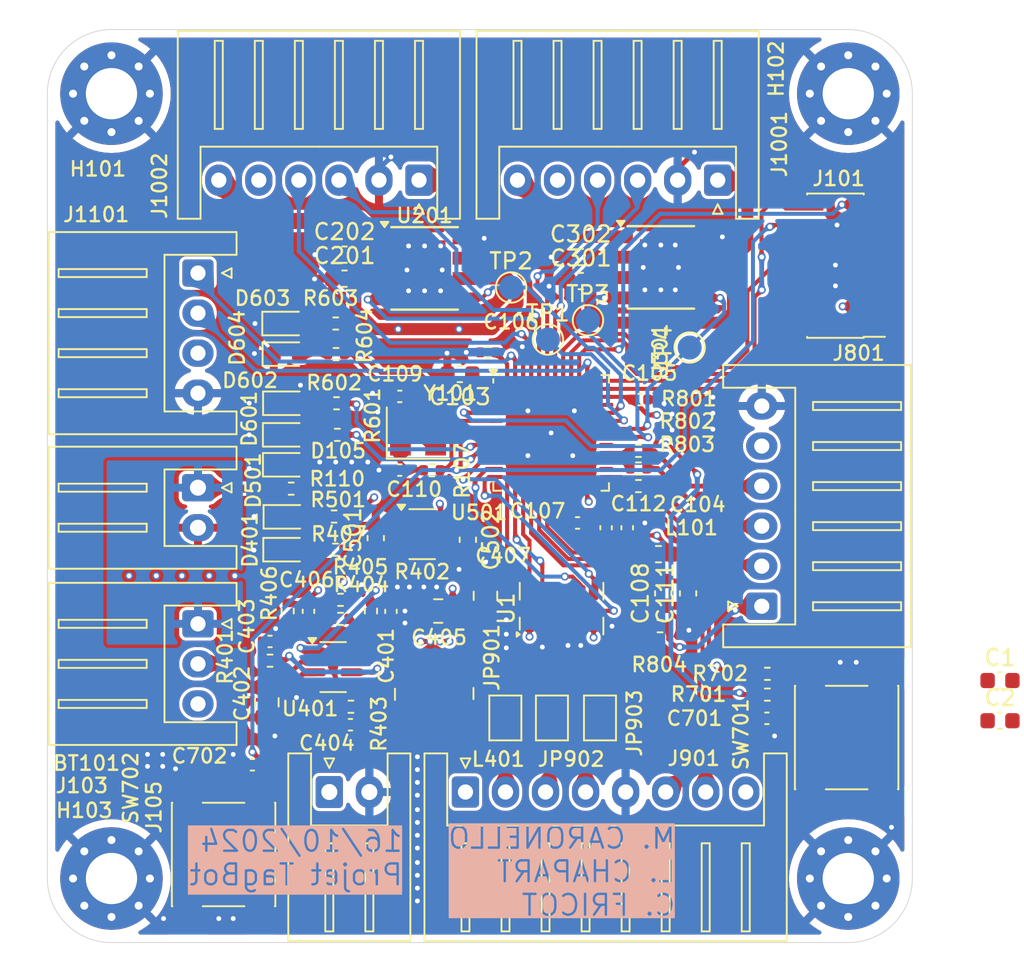
<source format=kicad_pcb>
(kicad_pcb (version 20240108) (generator "pcbnew") (generator_version "8.0")
  (layers (0 "F.Cu" signal) (1 "In1.Cu" signal) (2 "In2.Cu" signal) (31 "B.Cu" signal) (34 "B.Paste" user) (35 "F.Paste" user) (36 "B.SilkS" user "B.Silkscreen") (37 "F.SilkS" user "F.Silkscreen") (38 "B.Mask" user) (39 "F.Mask" user) (44 "Edge.Cuts" user))
  (net 0 "")
  (net 1 "GND")
  (net 2 "/Vbatterie")
  (net 3 "+3.3V")
  (net 4 "/OSC_in")
  (net 5 "Net-(C110-Pad1)")
  (net 6 "+3.3VA")
  (net 7 "/BTN_CAT_MOUSE")
  (net 8 "/Valim")
  (net 9 "Net-(U401-VCC)")
  (net 10 "Net-(D601-A)")
  (net 11 "Net-(U401-SW)")
  (net 12 "Net-(C404-Pad1)")
  (net 13 "+5V")
  (net 14 "Net-(C406-Pad1)")
  (net 15 "/LED_chat")
  (net 16 "/LED_souris")
  (net 17 "/USR_LED_1")
  (net 18 "/USR_LED_2")
  (net 19 "Net-(D105-A)")
  (net 20 "Net-(D401-A)")
  (net 21 "Net-(D501-A)")
  (net 22 "/SDI-MOSI")
  (net 23 "/SCLK-SCK")
  (net 24 "/SDO-MISO")
  (net 25 "/Interrupt2")
  (net 26 "/CS-NSS")
  (net 27 "/Interrupt1")
  (net 31 "/SYS_JTCK-SWCLK")
  (net 32 "/STLINK_TX")
  (net 34 "/SYS_JTMS-SWDIO")
  (net 35 "/STLINK_RX")
  (net 36 "/SYS_JTDO-SWO")
  (net 37 "/Encoder_Left_A")
  (net 38 "/LEFT_OUT1")
  (net 39 "/Encoder_Left_B")
  (net 40 "/LEFT_OUT2")
  (net 41 "Net-(J103-Pin_3)")
  (net 42 "/RIGHT_OUT2")
  (net 43 "/RIGHT_OUT1")
  (net 44 "/Encoder_Right_A")
  (net 45 "/Encoder_Right_B")
  (net 46 "/LIDAR_Output")
  (net 47 "Net-(D602-A)")
  (net 48 "Net-(D603-A)")
  (net 49 "Net-(D604-A)")
  (net 50 "/LIDAR_Input")
  (net 51 "Net-(J801-Pin_4)")
  (net 52 "/Capteur_dist_S")
  (net 53 "/Capteur_dist_N")
  (net 54 "/Capteur_dist_W")
  (net 55 "/Capteur_dist_E")
  (net 56 "/OLED_SDA")
  (net 57 "/OLED_SCL")
  (net 58 "/M_EN")
  (net 59 "/DEV_EN")
  (net 60 "/M_SCTR")
  (net 61 "/OSC_out")
  (net 62 "Net-(J801-Pin_1)")
  (net 63 "Net-(J801-Pin_2)")
  (net 64 "Net-(U401-EN{slash}SYNC)")
  (net 65 "Net-(U401-PG)")
  (net 66 "Net-(U401-BST)")
  (net 67 "Net-(U401-FB)")
  (net 69 "/LEFT_FWD")
  (net 70 "/LEFT_REV")
  (net 72 "/RIGHT_REV")
  (net 73 "/RIGHT_FWD")
  (net 76 "Net-(J801-Pin_3)")
  (net 78 "Net-(J901-Pin_3)")
  (net 79 "Net-(J901-Pin_2)")
  (net 80 "Net-(J901-Pin_4)")
  (net 81 "Net-(R701-Pad1)")
  (net 82 "/NRST")
  (footprint "Connector_JST:JST_XH_S2B-XH-A_1x02_P2.50mm_Horizontal" (layer "F.Cu") (at 53.6 83.6)
    (property "Reference" "J105")
    (property "Value" "Conn_01x02")
  )
  (footprint "Library:Power Inductors - SMD WE-LQS 4.7uH" (layer "F.Cu") (at 60.15 79.4 90)
    (property "Reference" "L401")
    (property "Value" "4.7u")
  )
  (footprint "MountingHole:MountingHole_3.2mm_M3_Pad_Via" (layer "F.Cu") (at 40 89)
    (property "Reference" "H103")
    (property "Value" "MountingHole_Pad")
  )
  (footprint "Crystal:Crystal_SMD_EuroQuartz_MT-4Pin_3.2x2.5mm" (layer "F.Cu") (at 59.14 61.19)
    (property "Reference" "Y101")
    (property "Value" "Crystal")
  )
  (footprint "Capacitor_SMD:C_0603_1608Metric" (layer "F.Cu") (at 54.55 50.05)
    (property "Reference" "C202")
    (property "Value" "10u")
  )
  (footprint "Jumper:SolderJumper-2_P1.3mm_Open_TrianglePad1.0x1.5mm" (layer "F.Cu") (at 67.5 78.975 -90)
    (property "Reference" "JP902")
    (property "Value" "SolderJumper_2_Open")
  )
  (footprint "LED_SMD:LED_0603_1608Metric" (layer "F.Cu") (at 50.92 56.26)
    (property "Reference" "D604")
    (property "Value" "LED")
    (property "reference" "150060BS55040" (hide yes))
  )
  (footprint "TestPoint:TestPoint_Pad_D1.5mm" (layer "F.Cu") (at 76.1 55.85 90)
    (property "Reference" "TP4")
    (property "Value" "TestPoint")
  )
  (footprint "Resistor_SMD:R_0402_1005Metric" (layer "F.Cu") (at 51.2225 64.66)
    (property "Reference" "R110")
    (property "Value" "4k")
  )
  (footprint "Resistor_SMD:R_0402_1005Metric" (layer "F.Cu") (at 49.9 75.4)
    (property "Reference" "R401")
    (property "Value" "100k")
  )
  (footprint "Inductor_SMD:L_0603_1608Metric" (layer "F.Cu") (at 74.15 68.75 180)
    (property "Reference" "L101")
    (property "Value" "39n")
  )
  (footprint "LED_SMD:LED_0603_1608Metric" (layer "F.Cu") (at 50.9625 68.47)
    (property "Reference" "D401")
    (property "Value" "LED")
    (property "reference" "150060YS55040" (hide yes))
  )
  (footprint "Capacitor_SMD:C_0402_1005Metric" (layer "F.Cu") (at 70.88 67.1 -90)
    (property "Reference" "C112")
    (property "Value" "10n")
  )
  (footprint "Capacitor_SMD:C_0402_1005Metric" (layer "F.Cu") (at 52.3 72.32 90)
    (property "Reference" "C406")
    (property "Value" "15p")
  )
  (footprint "LED_SMD:LED_0603_1608Metric" (layer "F.Cu") (at 50.9425 63.17)
    (property "Reference" "D105")
    (property "Value" "LED")
    (property "reference" "150060GS55040" (hide yes))
  )
  (footprint "Package_DFN_QFN:QFN-48-1EP_7x7mm_P0.5mm_EP5.6x5.6mm" (layer "F.Cu") (at 67.45 61.18)
    (property "Reference" "U101" (hide yes))
    (property "Value" "STM32G431CBUx")
  )
  (footprint "Capacitor_SMD:C_0402_1005Metric" (layer "F.Cu") (at 69.1 66.8 180)
    (property "Reference" "C107")
    (property "Value" "100n")
  )
  (footprint "Resistor_SMD:R_0402_1005Metric" (layer "F.Cu") (at 80.95 77.52 180)
    (property "Reference" "R701")
    (property "Value" "10k")
  )
  (footprint "Resistor_SMD:R_0402_1005Metric" (layer "F.Cu") (at 72.9 64.5)
    (property "Reference" "R803")
    (property "Value" "100")
  )
  (footprint "Connector_JST:JST_XH_S6B-XH-A_1x06_P2.50mm_Horizontal" (layer "F.Cu") (at 77.85 45.4 180)
    (property "Reference" "J1001")
    (property "Value" "Conn_01x06")
  )
  (footprint "Connector_JST:JST_XH_S3B-XH-A_1x03_P2.50mm_Horizontal" (layer "F.Cu") (at 45.4 73.1 -90)
    (property "Reference" "J103")
    (property "Value" "Conn_01x03")
  )
  (footprint "Resistor_SMD:R_0402_1005Metric" (layer "F.Cu") (at 56.2 72.3 90)
    (property "Reference" "R402")
    (property "Value" "100k")
  )
  (footprint "LED_SMD:LED_0603_1608Metric" (layer "F.Cu") (at 50.95 59.33)
    (property "Reference" "D602")
    (property "Value" "LED")
    (property "reference" "150060GS55040" (hide yes))
  )
  (footprint "Package_LGA:LGA-14_3x5mm_P0.8mm_LayoutBorder1x6y" (layer "F.Cu") (at 68.1 72.15 90)
    (property "Reference" "U1")
    (property "Value" "ADXL343")
  )
  (footprint "Package_SO:Diodes_SO-8EP" (layer "F.Cu") (at 59.55 50.9075)
    (property "Reference" "U201")
    (property "Value" "ZXBM5210-SP")
  )
  (footprint "Capacitor_SMD:C_0402_1005Metric" (layer "F.Cu") (at 72.2 67.1 90)
    (property "Reference" "C104")
    (property "Value" "100n")
  )
  (footprint "Capacitor_SMD:C_0402_1005Metric" (layer "F.Cu") (at 63.5 56.15 180)
    (property "Reference" "C106")
    (property "Value" "100n")
  )
  (footprint "Resistor_SMD:R_0402_1005Metric" (layer "F.Cu") (at 54.1 61.3)
    (property "Reference" "R601")
    (property "Value" "300")
  )
  (footprint "Resistor_SMD:R_0402_1005Metric" (layer "F.Cu") (at 54.02 56.26)
    (property "Reference" "R604")
    (property "Value" "300")
  )
  (footprint "Capacitor_SMD:C_0805_2012Metric" (layer "F.Cu") (at 49.7 78 -90)
    (property "Reference" "C402")
    (property "Value" "22u")
  )
  (footprint "MountingHole:MountingHole_3.2mm_M3_Pad_Via" (layer "F.Cu") (at 40 40)
    (property "Reference" "H101")
    (property "Value" "MountingHole_Pad")
  )
  (footprint "Package_TO_SOT_SMD:TSOT-23-8" (layer "F.Cu") (at 53.8375 75.8)
    (property "Reference" "U401")
    (property "Value" "MP1475S")
  )
  (footprint "Capacitor_SMD:C_0603_1608Metric" (layer "F.Cu") (at 69.3 50.2)
    (property "Reference" "C302")
    (property "Value" "10u")
  )
  (footprint "Resistor_SMD:R_0402_1005Metric" (layer "F.Cu") (at 60 63.51)
    (property "Reference" "R107")
    (property "Value" "10")
  )
  (footprint "Button_Switch_SMD:SW_Push_1P1T_NO_6x6mm_H9.5mm" (layer "F.Cu") (at 85.9 80.2 90)
    (property "Reference" "SW701")
    (property "Value" "SW_Push")
  )
  (footprint "Connector_JST:JST_XH_S2B-XH-A_1x02_P2.50mm_Horizontal" (layer "F.Cu") (at 45.4 64.6 -90)
    (property "Reference" "BT101")
    (property "Value" "Battery")
  )
  (footprint "Resistor_SMD:R_0402_1005Metric" (layer "F.Cu") (at 72.9 62.3)
    (property "Reference" "R801")
    (property "Value" "100")
  )
  (footprint "Capacitor_SMD:C_0402_1005Metric" (layer "F.Cu") (at 58 58.9 180)
    (property "Reference" "C109")
    (property "Value" "10p")
  )
  (footprint "Resistor_SMD:R_0402_1005Metric" (layer "F.Cu") (at 54.3 72.79 180)
    (property "Reference" "R404")
    (property "Value" "16k")
  )
  (footprint "LED_SMD:LED_0603_1608Metric" (layer "F.Cu") (at 50.9825 66.42)
    (property "Reference" "D501")
    (property "Value" "LED")
    (property "reference" "150060GS55040" (hide yes))
  )
  (footprint "Resistor_SMD:R_0402_1005Metric" (layer "F.Cu") (at 54.05 59.33)
    (property "Reference" "R602")
    (property "Value" "300")
  )
  (footprint "Capacitor_SMD:C_0603_1608Metric" (layer "F.Cu") (at 61.75 57.5 180)
    (property "Reference" "C103")
    (property "Value" "4.7u")
  )
  (footprint "Capacitor_SMD:C_0603_1608Metric" (layer "F.Cu") (at 95.475 79.15)
    (property "Reference" "C2")
    (property "Value" "1u")
  )
  (footprint "Capacitor_SMD:C_0402_1005Metric" (layer "F.Cu") (at 49.9 74.2)
    (property "Reference" "C403")
    (property "Value" "0.1u")
  )
  (footprint "Resistor_SMD:R_0402_1005Metric" (layer "F.Cu") (at 54.3 71.6)
    (property "Reference" "R405")
    (property "Value" "7.68k")
  )
  (footprint "Capacitor_SMD:C_0402_1005Metric" (layer "F.Cu") (at 48.8 81.9 180)
    (property "Reference" "C702")
    (property "Value" "100n")
  )
  (footprint "Package_TO_SOT_SMD:SOT-23-5" (layer "F.Cu") (at 59.4 67.5)
    (property "Reference" "U501")
    (property "Value" "BU33SD5WG-TR")
  )
  (footprint "TestPoint:TestPoint_Pad_D1.5mm" (layer "F.Cu") (at 69.75 54.15)
    (property "Reference" "TP3")
    (property "Value" "TestPoint")
  )
  (footprint "Capacitor_SMD:C_0603_1608Metric" (layer "F.Cu") (at 69.3 51.7)
    (property "Reference" "C301")
    (property "Value" "1u")
  )
  (footprint "Resistor_SMD:R_0402_1005Metric" (layer "F.Cu") (at 72.9 63.4)
    (property "Reference" "R802")
    (property "Value" "100")
  )
  (footprint "Resistor_SMD:R_0402_1005Metric" (layer "F.Cu") (at 51 72.3 90)
    (property "Reference" "R406")
    (property "Value" "40.2k")
  )
  (footprint "Capacitor_SMD:C_0805_2012Metric" (layer "F.Cu") (at 63.35 71.35 90)
    (property "Reference" "C407")
    (property "Value" "22u")
  )
  (footprint "TestPoint:TestPoint_Pad_D1.5mm" (layer "F.Cu") (at 67.25 55.35)
    (property "Reference" "TP1")
    (property "Value" "TestPoint")
  )
  (footprint "Connector_JST:JST_XH_S6B-XH-A_1x06_P2.50mm_Horizontal" (layer "F.Cu") (at 59.2 45.4 180)
    (property "Reference" "J1002")
    (property "Value" "Conn_01x06")
  )
  (footprint "Button_Switch_SMD:SW_Push_1P1T_NO_6x6mm_H9.5mm" (layer "F.Cu") (at 47 87.5 -90)
    (property "Reference" "SW702")
    (property "Value" "SW_Push")
  )
  (footprint "Capacitor_SMD:C_0603_1608Metric" (layer "F.Cu") (at 62.25 67.85 -90)
    (property "Reference" "C502")
    (property "Value" "1u")
  )
  (footprint "Capacitor_SMD:C_0603_1608Metric" (layer "F.Cu") (at 54.55 51.55)
    (property "Reference" "C201")
    (property "Value" "1u")
  )
  (footprint "Resistor_SMD:R_0402_1005Metric" (layer "F.Cu") (at 53.9 66.4 180)
    (property "Reference" "R501")
    (property "Value" "300")
  )
  (footprint "Connector_JST:JST_XH_S6B-XH-A_1x06_P2.50mm_Horizontal" (layer "F.Cu") (at 80.6 72 90)
    (property "Reference" "J801")
    (property "Value" "Conn_01x06")
  )
  (footprint "Jumper:SolderJumper-2_P1.3mm_Open_TrianglePad1.0x1.5mm" (layer "F.Cu") (at 70.5 78.975 -90)
    (property "Reference" "JP903")
    (property "Value" "SolderJumper_2_Open")
  )
  (footprint "TestPoint:TestPoint_Pad_D1.5mm" (layer "F.Cu") (at 64.95 52.1)
    (property "Reference" "TP2")
    (property "Value" "TestPoint")
  )
  (footprint "LED_SMD:LED_0603_1608Metric" (layer "F.Cu") (at 50.94 61.3)
    (property "Reference" "D601")
    (property "Value" "LED")
    (property "reference" "150060GS55040" (hide yes))
  )
  (footprint "LED_SMD:LED_0603_1608Metric" (layer "F.Cu") (at 50.9 54.35)
    (property "Reference" "D603")
    (property "Value" "LED")
    (property "reference" "150060RS55040" (hide yes))
  )
  (footprint "Capacitor_SMD:C_0402_1005Metric" (layer "F.Cu") (at 57.45 72.32 90)
    (property "Reference" "C401")
    (property "Value" "0.1u")
  )
  (footprint "Connector_JST:JST_XH_S4B-XH-A_1x04_P2.50mm_Horizontal" (layer "F.Cu") (at 45.4 51.2 -90)
    (property "Reference" "J1101")
    (property "Value" "Conn_01x04")
  )
  (footprint "Capacitor_SMD:C_0805_2012Metric" (layer "F.Cu") (at 60.4 72.3 180)
    (property "Reference" "C405")
    (property "Value" "22u")
  )
  (footprint "Capacitor_SMD:C_0402_1005Metric" (layer "F.Cu") (at 80.92 79)
    (property "Reference" "C701")
    (property "Value" "10n")
  )
  (footprint "Capacitor_SMD:C_0402_1005Metric" (layer "F.Cu") (at 58 63.5 180)
    (property "Reference" "C110")
    (property "Value" "10p")
  )
  (footprint "Connector_PinHeader_1.27mm:PinHeader_2x07_P1.27mm_Vertical_SMD" (layer "F.Cu") (at 85.2 50.74 180)
    (property "Reference" "J101")
    (property "Value" "Conn_ST_STDC14")
  )
  (footprint "MountingHole:MountingHole_3.2mm_M3_Pad_Via" (layer "F.Cu") (at 86 89)
    (property "Reference" "H104" (hide yes))
    (property "Value" "MountingHole_Pad")
  )
  (footprint "Jumper:SolderJumper-2_P1.3mm_Open_TrianglePad1.0x1.5mm" (layer "F.Cu") (at 64.59 78.975 -90)
    (property "Reference" "JP901")
    (property "Value" "SolderJumper_2_Open")
  )
  (footprint "Resistor_SMD:R_0402_1005Metric" (layer "F.Cu") (at 80.95 76.22)
    (property "Reference" "R702")
    (property "Value" "10k")
  )
  (footprint "Capacitor_SMD:C_0402_1005Metric" (layer "F.Cu") (at 73 59.1)
    (property "Reference" "C105")
    (property "Value" "100n")
  )
  (footprint "Resistor_SMD:R_0402_1005Metric" (layer "F.Cu") (at 54 54.35)
    (property "Reference" "R603")
    (property "Value" "1.3k")
  )
  (footprint "Package_SO:Diodes_SO-8EP" (layer "F.Cu") (at 74.2975 50.845)
    (property "Reference" "U301")
    (property "Value" "ZXBM5210-SP")
  )
  (footprint "Capacitor_SMD:C_0402_1005Metric" (layer "F.Cu") (at 54.92 79.4)
    (property "Reference" "C404")
    (property "Value" "0.1u")
  )
  (footprint "Resistor_SMD:R_0402_1005Metric" (layer "F.Cu") (at 54.95 78.275 180)
    (property "Reference" "R403")
    (property "Value" "20")
  )
  (footprint "Capacitor_SMD:C_0603_1608Metric" (layer "F.Cu") (at 76 71.2 90)
    (property "Reference" "C111")
    (property "Value" "1u")
  )
  (footprint "MountingHole:MountingHole_3.2mm_M3_Pad_Via" (layer "F.Cu") (at 86 40)
    (property "Reference" "H102")
    (property "Value" "MountingHole_Pad")
  )
  (footprint "Capacitor_SMD:C_0603_1608Metric" (layer "F.Cu") (at 74.45 71.2 90)
    (property "Reference" "C108")
    (property "Value" "1u")
  )
  (footprint "Resistor_SMD:R_0402_1005Metric" (layer "F.Cu") (at 53.9825 68.47 180)
    (property "Reference" "R407")
    (property "Value" "3k")
  )
  (footprint "Capacitor_SMD:C_0603_1608Metric" (layer "F.Cu") (at 95.475 76.64)
    (property "Reference" "C1")
    (property "Value" "1u")
  )
  (footprint "Connector_JST:JST_XH_S8B-XH-A_1x08_P2.50mm_Horizontal" (layer "F.Cu") (at 62.1 83.6)
    (property "Reference" "J901")
    (property "Value" "Conn_01x08")
  )
  (footprint "Resistor_SMD:R_0402_1005Metric" (layer "F.Cu") (at 74.25 73.25)
    (property "Reference" "R804")
    (property "Value" "100")
  )
  (footprint "Capacitor_SMD:C_0603_1608Metric" (layer "F.Cu") (at 56.5 67.75 90)
    (property "Reference" "C501")
    (property "Value" "1u")
  )
  (gr_arc (start 86 36) (mid 88.828427 37.171573) (end 90 40) (stroke (width 0.05)) (layer "Edge.Cuts"))
  (gr_line (start 90 89) (end 90 40) (stroke (width 0.05)) (layer "Edge.Cuts"))
  (gr_arc (start 40 93) (mid 37.171573 91.828427) (end 36 89) (stroke (width 0.05)) (layer "Edge.Cuts"))
  (gr_line (start 35.998751 40) (end 35.998751 89) (stroke (width 0.05)) (layer "Edge.Cuts"))
  (gr_arc (start 90 89) (mid 88.828427 91.828427) (end 86 93) (stroke (width 0.05)) (layer "Edge.Cuts"))
  (gr_line (start 40 35.998751) (end 86 35.998751) (stroke (width 0.05)) (layer "Edge.Cuts"))
  (gr_line (start 86 93) (end 40 93) (stroke (width 0.05)) (layer "Edge.Cuts"))
  (gr_arc (start 35.998751 40) (mid 37.17069 37.17069) (end 40 35.998751) (stroke (width 0.05)) (layer "Edge.Cuts"))
  (gr_text "16/10/2024\nProjet TagBot" (at 58.275 89.525 0) (layer "B.SilkS" knockout) (effects (font (size 1.3 1.3)) (justify left bottom mirror)))
  (gr_text "M. CARONELLO\nL. CHAPART\nC. FRICOT" (at 75.3 91.425 0) (layer "B.SilkS" knockout) (effects (font (size 1.3 1.3)) (justify left bottom mirror)))
  (segment (start 50.25 74.07) (end 50.38 74.2) (width 0.3) (layer "F.Cu") (net 1))
  (segment (start 68.525 50.2) (end 67.45 50.2) (width 0.3) (layer "F.Cu") (net 1))
  (segment (start 51.55 77.35) (end 52.125 76.775) (width 0.3) (layer "F.Cu") (net 1))
  (segment (start 57.025 67.5) (end 56.5 66.975) (width 0.3) (layer "F.Cu") (net 1))
  (segment (start 76 71.975) (end 76 73.45) (width 0.25) (layer "F.Cu") (net 1))
  (segment (start 60.24 62.09) (end 59.84 62.09) (width 0.3) (layer "F.Cu") (net 1))
  (segment (start 62.25 68.625) (end 62.25 69.15) (width 0.3) (layer "F.Cu") (net 1))
  (segment (start 55.625 70.785) (end 54.81 71.6) (width 0.3) (layer "F.Cu") (net 1))
  (segment (start 52.7 51.55) (end 52.678768 51.571232) (width 0.3) (layer "F.Cu") (net 1))
  (segment (start 70.7 66.8) (end 70.88 66.62) (width 0.3) (layer "F.Cu") (net 1))
  (segment (start 74.45 71.975) (end 74.525 71.975) (width 0.25) (layer "F.Cu") (net 1))
  (segment (start 50.25 73.4) (end 50.25 74.07) (width 0.3) (layer "F.Cu") (net 1))
  (segment (start 68.5 73.15) (end 68.5 74.45) (width 0.3) (layer "F.Cu") (net 1))
  (segment (start 48.92 66.42) (end 50.195 66.42) (width 0.3) (layer "F.Cu") (net 1))
  (segment (start 76 73.45) (end 76.05 73.5) (width 0.25) (layer "F.Cu") (net 1))
  (segment (start 63.35 70.4) (end 63.35 69.25) (width 0.3) (layer "F.Cu") (net 1))
  (segment (start 44.4 82.15) (end 44.75 82.5) (width 0.5) (layer "F.Cu") (net 1))
  (segment (start 67.642464 51.7) (end 67.321232 52.021232) (width 0.3) (layer "F.Cu") (net 1))
  (segment (start 57.52 63.5) (end 56.7 63.5) (width 0.3) (layer "F.Cu") (net 1))
  (segment (start 69.58 66.8) (end 70.7 66.8) (width 0.3) (layer "F.Cu") (net 1))
  (segment (start 48.83 63.17) (end 50.155 63.17) (width 0.3) (layer "F.Cu") (net 1))
  (segment (start 57.45 71.1) (end 57.85 70.7) (width 0.3) (layer "F.Cu") (net 1))
  (segment (start 65.7 55.85) (end 65.7 57.7425) (width 0.25) (layer "F.Cu") (net 1))
  (segment (start 53.775 51.55) (end 52.7 51.55) (width 0.3) (layer "F.Cu") (net 1))
  (segment (start 57.04 60.29) (end 56.625 59.875) (width 0.3) (layer "F.Cu") (net 1))
  (segment (start 48.9 66.4) (end 48.92 66.42) (width 0.3) (layer "F.Cu") (net 1))
  (segment (start 50.1125 54.35) (end 48.96 54.35) (width 0.3) (layer "F.Cu") (net 1))
  (segment (start 47.6 81.25) (end 48.25 81.9) (width 0.3) (layer "F.Cu") (net 1))
  (segment (start 57.45 71.84) (end 57.45 71.1) (width 0.3) (layer "F.Cu") (net 1))
  (segment (start 59.84 62.09) (end 58.04 60.29) (width 0.3) (layer "F.Cu") (net 1))
  (segment (start 69.3 73.15) (end 69.3 74.45) (width 0.3) (layer "F.Cu") (net 1))
  (segment (start 53.775 50.05) (end 52.7 50.05) (width 0.3) (layer "F.Cu") (net 1))
  (segment (start 86.5 75.5) (end 87.425 75.5) (width 0.3) (layer "F.Cu") (net 1))
  (segment (start 49.7 79.6) (end 50.2 80.1) (width 0.3) (layer "F.Cu") (net 1))
  (segment (start 55.625 70.65) (end 55.625 70.785) (width 0.3) (layer "F.Cu") (net 1))
  (segment (start 78.14 48.94) (end 76.795 48.94) (width 0.3) (layer "F.Cu") (net 1))
  (segment (start 57.52 58.9) (end 56.5 58.9) (width 0.3) (layer "F.Cu") (net 1))
  (segment (start 48.6 59.325) (end 48.605 59.33) (width 0.3) (layer "F.Cu") (net 1))
  (segment (start 87.425 75.5) (end 88.15 76.225) (width 0.3) (layer "F.Cu") (net 1))
  (segment (start 48.25 81.9) (end 48.32 81.9) (width 0.3) (layer "F.Cu") (net 1))
  (segment (start 48.9 68.5) (end 48.93 68.47) (width 0.3) (layer "F.Cu") (net 1))
  (segment (start 48.93 68.47) (end 50.175 68.47) (width 0.3) (layer "F.Cu") (net 1))
  (segment (start 88.7 85.8) (end 88.15 85.25) (width 0.3) (layer "F.Cu") (net 1))
  (segment (start 58.04 60.29) (end 57.04 60.29) (width 0.3) (layer "F.Cu") (net 1))
  (segment (start 56.5 58.9) (end 56.3 58.7) (width 0.3) (layer "F.Cu") (net 1))
  (segment (start 62.25 69.15) (end 61.7 69.7) (width 0.3) (layer "F.Cu") (net 1))
  (segment (start 73.12 66.62) (end 73.3 66.8) (width 0.3) (layer "F.Cu") (net 1))
  (segment (start 48.96 54.35) (end 48.955 54.345) (width 0.3) (layer "F.Cu") (net 1))
  (segment (start 74.253964 59.1) (end 73.48 59.1) (width 0.3) (layer "F.Cu") (net 1))
  (segment (start 48.605 59.33) (end 50.1625 59.33) (width 0.3) (layer "F.Cu") (net 1))
  (segment (start 59.65 51.0075) (end 59.55 50.9075) (width 0.3) (layer "F.Cu") (net 1))
  (segment (start 74.525 71.975) (end 76.05 73.5) (width 0.25) (layer "F.Cu") (net 1))
  (segment (start 60.975 56.225) (end 60.95 56.2) (width 0.25) (layer "F.Cu") (net 1))
  (segment (start 50.1325 56.26) (end 48.96 56.26) (width 0.3) (layer "F.Cu") (net 1))
  (segment (start 44 82.15) (end 44.4 82.15) (width 0.5) (layer "F.Cu") (net 1))
  (segment (start 75.35 45.4) (end 75.35 44.7) (width 0.3) (layer "F.Cu") (net 1))
  (segment (start 44.75 82.5) (end 44.75 83.525) (width 0.5) (layer "F.Cu") (net 1))
  (segment (start 63.27125 49.02875) (end 63.245 49.0025) (width 0.3) (layer "F.Cu") (net 1))
  (segment (start 68.525 51.7) (end 67.642464 51.7) (width 0.3) (layer "F.Cu") (net 1))
  (segment (start 51.55 77.7) (end 51.55 77.35) (width 0.3) (layer "F.Cu") (net 1))
  (segment (start 74.5 59.346036) (end 74.253964 59.1) (width 0.3) (layer "F.Cu") (net 1))
  (segment (start 49.7 78.95) (end 49.7 79.6) (width 0.3) (layer "F.Cu") (net 1))
  (segment (start 58.2625 67.5) (end 57.025 67.5) (width 0.3) (layer "F.Cu") (net 1))
  (segment (start 60.975 57.5) (end 60.975 56.225) (width 0.25) (layer "F.Cu") (net 1))
  (segment (start 52.125 76.775) (end 52.7 76.775) (width 0.3) (layer "F.Cu") (net 1))
  (segment (start 88.15 85.25) (end 88.15 84.175) (width 0.3) (layer "F.Cu") (net 1))
  (segment (start 81.4 80.1) (end 81.4 79) (width 0.3) (layer "F.Cu") (net 1))
  (segment (start 48.96 56.26) (end 48.925 56.225) (width 0.3) (layer "F.Cu") (net 1))
  (segment (start 70.88 66.62) (end 72.2 66.62) (width 0.3) (layer "F.Cu") (net 1))
  (segment (start 63.02 56.15) (end 62.15 56.15) (width 0.25) (layer "F.Cu") (net 1))
  (segment (start 66.9 73.15) (end 66.9 74.55) (width 0.3) (layer "F.Cu") (net 1))
  (segment (start 63.245 49.0025) (end 62.0475 49.0025) (width 0.3) (layer "F.Cu") (net 1))
  (segment (start 72.2 66.62) (end 73.12 66.62) (width 0.3) (layer "F.Cu") (net 1))
  (segment (start 75.35 44.7) (end 76.4 43.65) (width 0.3) (layer "F.Cu") (net 1))
  (segment (start 60.65 51.0075) (end 59.65 51.0075) (width 0.3) (layer "F.Cu") (net 1))
  (segment (start 65.65 55.8) (end 65.7 55.85) (width 0.25) (layer "F.Cu") (net 1))
  (segment (start 50.1525 61.3) (end 48.6 61.3) (width 0.3) (layer "F.Cu") (net 1))
  (segment (start 48.6 63.4) (end 48.83 63.17) (width 0.3) (layer "F.Cu") (net 1))
  (via (at 76.05 73.5) (size 0.5) (drill 0.3) (layers "F.Cu" "B.Cu") (net 1))
  (via (at 64.65 73.75) (size 0.5) (drill 0.3) (layers "F.Cu" "B.Cu") (net 1))
  (via (at 58.45 51.0075) (size 0.5) (drill 0.3) (layers "F.Cu" "B.Cu") (net 1))
  (via (at 51.55 77.7) (size 0.5) (drill 0.3) (layers "F.Cu" "B.Cu") (net 1))
  (via (at 59.5 70.8) (size 0.5) (drill 0.3) (layers "F.Cu" "B.Cu") (net 1))
  (via (at 59.55 49.5075) (size 0.5) (drill 0.3) (layers "F.Cu" "B.Cu") (net 1))
  (via (at 73.2 50.85) (size 0.5) (drill 0.3) (layers "F.Cu" "B.Cu") (net 1))
  (via (at 48.9 68.5) (size 0.5) (drill 0.3) (layers "F.Cu" "B.Cu") (net 1))
  (via (at 71.25 73.25) (size 0.5) (drill 0.3) (layers "F.Cu" "B.Cu") (net 1))
  (via (at 56.3 58.7) (size 0.5) (drill 0.3) (layers "F.Cu" "B.Cu") (net 1))
  (via (at 57.45 43.95) (size 0.5) (drill 0.3) (layers "F.Cu" "B.Cu") (net 1))
  (via (at 73.3 66.8) (size 0.5) (drill 0.3) (layers "F.Cu" "B.Cu") (net 1))
  (via (at 88.7 85.8) (size 0.5) (drill 0.3) (layers "F.Cu" "B.Cu") (net 1))
  (via (at 47.6 91.5) (size 0.5) (drill 0.3) (layers "F.Cu" "B.Cu") (net 1))
  (via (at 42.8 70.1) (size 0.5) (drill 0.3) (layers "F.Cu" "B.Cu") (net 1))
  (via (at 74.3 49.45) (size 0.5) (drill 0.3) (layers "F.Cu" "B.Cu") (net 1))
  (via (at 60.3 70.8) (size 0.5) (drill 0.3) (layers "F.Cu" "B.Cu") (net 1))
  (via (at 59.1 88) (size 0.5) (drill 0.3) (layers "F.Cu" "B.Cu") (net 1))
  (via (at 67.45 61.18) (size 0.5) (drill 0.3) (layers "F.Cu" "B.Cu") (net 1))
  (via (at 59.1 81.4) (size 0.5) (drill 0.3) (layers "F.Cu" "B.Cu") (net 1))
  (via (at 59.1 89.6) (size 0.5) (drill 0.3) (layers "F.Cu" "B.Cu") (net 1))
  (via (at 85.2 50.7) (size 0.5) (drill 0.3) (layers "F.Cu" "B.Cu") (net 1))
  (via (at 59.1 84.7) (size 0.5) (drill 0.3) (layers "F.Cu" "B.Cu") (net 1))
  (via (at 66.9 74.55) (size 0.5) (drill 0.3) (layers "F.Cu" "B.Cu") (net 1))
  (via (at 57.85 70.8) (size 0.5) (drill 0.3) (layers "F.Cu" "B.Cu") (net 1))
  (via (at 63.35 69.25) (size 0.5) (drill 0.3) (layers "F.Cu" "B.Cu") (net 1))
  (via (at 59.1 82.2) (size 0.5) (drill 0.3) (layers "F.Cu" "B.Cu") (net 1))
  (via (at 58.6 70.8) (size 0.5) (drill 0.3) (layers "F.Cu" "B.Cu") (net 1))
  (via (at 62.15 56.15) (size 0.5) (drill 0.3) (layers "F.Cu" "B.Cu") (net 1))
  (via (at 42.25 82) (size 0.5) (drill 0.3) (layers "F.Cu" "B.Cu") (net 1))
  (via (at 55 63) (size 0.5) (drill 0.3) (layers "F.Cu" "B.Cu") (net 1))
  (via (at 41.1 70.1) (size 0.5) (drill 0.3) (layers "F.Cu" "B.Cu") (net 1))
  (via (at 58.325 72.3) (size 0.5) (drill 0.3) (layers "F.Cu" "B.Cu") (net 1))
  (via (at 78.14 48.94) (size 0.5) (drill 0.3) (layers "F.Cu" "B.Cu") (net 1))
  (via (at 66 59.8) (size 0.5) (drill 0.3) (layers "F.Cu" "B.Cu") (net 1))
  (via (at 48.9 66.4) (size 0.5) (drill 0.3) (layers "F.Cu" "B.Cu") (net 1))
  (via (at 46.1 70.1) (size 0.5) (drill 0.3) (layers "F.Cu" "B.Cu") (net 1))
  (via (at 77.55 60.95) (size 0.5) (drill 0.3) (layers "F.Cu" "B.Cu") (net 1))
  (via (at 42.25 81.25) (size 0.5) (drill 0.3) (layers "F.Cu" "B.Cu") (net 1))
  (via (at 60.55 49.5075) (size 0.5) (drill 0.3) (layers "F.Cu" "B.Cu") (net 1))
  (via (at 66 62.6) (size 0.5) (drill 0.3) (layers "F.Cu" "B.Cu") (net 1))
  (via (at 59.1 87.1) (size 0.5) (drill 0.3) (layers "F.Cu" "B.Cu") (net 1))
  (via (at 60.95 56.2) (size 0.5) (drill 0.3) (layers "F.Cu" "B.Cu") (net 1))
  (via (at 60.65 51.0075) (size 0.5) (drill 0.3) (layers "F.Cu" "B.Cu") (net 1))
  (via (at 59.55 52.3075) (size 0.5) (drill 0.3) (layers "F.Cu" "B.Cu") (net 1))
  (via (at 75.2 49.45) (size 0.5) (drill 0.3) (layers "F.Cu" "B.Cu") (net 1))
  (via (at 50.25 73.4) (size 0.5) (drill 0.3) (layers "F.Cu" "B.Cu") (net 1))
  (via (at 55.625 70.65) (size 0.5) (drill 0.3) (layers "F.Cu" "B.Cu") (net 1))
  (via (at 46.7 91.5) (size 0.5) (drill 0.3) (layers "F.Cu" "B.Cu") (net 1))
  (via (at 52.678768 51.571232) (size 0.5) (drill 0.3) (layers "F.Cu" "B.Cu") (net 1))
  (via (at 68.9 59.8) (size 0.5) (drill 0.3) (layers "F.Cu" "B.Cu") (net 1))
  (via (at 68.5 74.45) (size 0.5) (drill 0.3) (layers "F.Cu" "B.Cu") (net 1))
  (via (at 54 63) (size 0.5) (drill 0.3) (layers "F.Cu" "B.Cu") (net 1))
  (via (at 56.7 63.5) (size 0.5) (drill 0.3) (layers "F.Cu" "B.Cu") (net 1))
  (via (at 47.7 70.1) (size 0.5) (drill 0.3) (layers "F.Cu" "B.Cu") (net 1))
  (via (at 43.25 91.5) (size 0.5) (drill 0.3) (layers "F.Cu" "B.Cu") (net 1))
  (via (at 52.7 50.05) (size 0.5) (drill 0.3) (layers "F.Cu" "B.Cu") (net 1))
  (via (at 75.4 50.85) (size 0.5) (drill 0.3) (layers "F.Cu" "B.Cu") (net 1))
  (via (at 50.2 80.1) (size 0.5) (drill 0.3) (layers "F.Cu" "B.Cu") (net 1))
  (via (at 47.6 81.25) (size 0.5) (drill 0.3) (layers "F.Cu" "B.Cu") (net 1))
  (via (at 67.45 50.2) (size 0.5) (drill 0.3) (layers "F.Cu" "B.Cu") (net 1))
  (via (at 68.8 62.6) (size 0.5) (drill 0.3) (layers "F.Cu" "B.Cu") (net 1))
  (via (at 59.1 88.8) (size 0.5) (drill 0.3) (layers "F.Cu" "B.Cu") (net 1))
  (via (at 85.2 52) (size 0.5) (drill 0.3) (layers "F.Cu" "B.Cu") (net 1))
  (via (at 69.3 74.45) (size 0.5) (drill 0.3) (layers "F.Cu" "B.Cu") (net 1))
  (via (at 48.6 61.3) (size 0.5) (drill 0.3) (layers "F.Cu" "B.Cu") (net 1))
  (via (at 76.4 43.65) (size 0.5) (drill 0.3) (layers "F.Cu" "B.Cu") (net 1))
  (via (at 44 82.15) (size 0.5) (drill 0.3) (layers "F.Cu" "B.Cu") (net 1))
  (via (at 85.3 48.2) (size 0.5) (drill 0.3) (layers "F.Cu" "B.Cu") (net 1))
  (via (at 48.925 56.225) (size 0.5) (drill 0.3) (layers "F.Cu" "B.Cu") (net 1))
  (via (at 59.1 83) (size 0.5) (drill 0.3) (layers "F.Cu" "B.Cu") (net 1))
  (via (at 43.2 81.25) (size 0.5) (drill 0.3) (layers "F.Cu" "B.Cu") (net 1))
  (via (at 65.65 55.8) (size 0.5) (drill 0.3) (layers "F.Cu" "B.Cu") (net 1))
  (via (at 56.625 59.875) (size 0.5) (drill 0.3) (layers "F.Cu" "B.Cu") (net 1))
  (via (at 43.2 82) (size 0.5) (drill 0.3) (layers "F.Cu" "B.Cu") (net 1))
  (via (at 61.7 69.7) (size 0.5) (drill 0.3) (layers "F.Cu" "B.Cu") (net 1))
  (via (at 86.5 75.5) (size 0.5) (drill 0.3) (layers "F.Cu" "B.Cu") (net 1))
  (via (at 73.3 52.25) (size 0.5) (drill 0.3) (layers "F.Cu" "B.Cu") (net 1))
  (via (at 59.1 83.8) (size 0.5) (drill 0.3) (layers "F.Cu" "B.Cu") (net 1))
  (via (at 75.2 52.25) (size 0.5) (drill 0.3) (layers "F.Cu" "B.Cu") (net 1))
  (via (at 63.27125 49.02875) (size 0.5) (drill 0.3) (layers "F.Cu" "B.Cu") (net 1))
  (via (at 48.96 54.35) (size 0.5) (drill 0.3) (layers "F.Cu" "B.Cu") (net 1))
  (via (at 85.5 75.5) (size 0.5) (drill 0.3) (layers "F.Cu" "B.Cu") (net 1))
  (via (at 77.55 59.95) (size 0.5) (drill 0.3) (layers "F.Cu" "B.Cu") (net 1))
  (via (at 75 60) (size 0.5) (drill 0.3) (layers "F.Cu" "B.Cu") (net 1))
  (via (at 67.321232 52.021232) (size 0.5) (drill 0.3) (layers "F.Cu" "B.Cu") (net 1))
  (via (at 64.65 74.6) (size 0.5) (drill 0.3) (layers "F.Cu" "B.Cu") (net 1))
  (via (at 51.8 58.2) (size 0.5) (drill 0.3) (layers "F.Cu" "B.Cu") (net 1))
  (via (at 81.4 80.1) (size 0.5) (drill 0.3) (layers "F.Cu" "B.Cu") (net 1))
  (via (at 58.55 52.3075) (size 0.5) (drill 0.3) (layers "F.Cu" "B.Cu") (net 1))
  (via (at 58.55 49.5075) (size 0.5) (drill 0.3) (layers "F.Cu" "B.Cu") (net 1))
  (via (at 64.65 72.85) (size 0.5) (drill 0.3) (layers "F.Cu" "B.Cu") (net 1))
  (via (at 48.6 63.4) (size 0.5) (drill 0.3) (layers "F.Cu" "B.Cu") (net 1))
  (via (at 53 63) (size 0.5) (drill 0.3) (layers "F.Cu" "B.Cu") (net 1))
  (via (at 56 63) (size 0.5) (drill 0.3) (layers "F.Cu" "B.Cu") (net 1))
  (via (at 77.55 58.95) (size 0.5) (drill 0.3) (layers "F.Cu" "B.Cu") (net 1))
  (via (at 75 61) (size 0.5) (drill 0.3) (layers "F.Cu" "B.Cu") (net 1))
  (via (at 58.325 73.05) (size 0.5) (drill 0.3) (layers "F.Cu" "B.Cu") (net 1))
  (via (at 73.3 49.45) (size 0.5) (drill 0.3) (layers "F.Cu" "B.Cu") (net 1))
  (via (at 44.4 70.1) (size 0.5) (drill 0.3) (layers "F.Cu" "B.Cu") (net 1))
  (via (at 59.1 90.4) (size 0.5) (drill 0.3) (layers "F.Cu" "B.Cu") (net 1))
  (via (at 74.3 52.25) (size 0.5) (drill 0.3) (layers "F.Cu" "B.Cu") (net 1))
  (via (at 59.1 85.5) (size 0.5) (drill 0.3) (layers "F.Cu" "B.Cu") (net 1))
  (via (at 48.6 59.325) (size 0.5) (drill 0.3) (layers "F.Cu" "B.Cu") (net 1))
  (via (at 60.55 52.3075) (size 0.5) (drill 0.3) (layers "F.Cu" "B.Cu") (net 1))
  (via (at 74.5 59.346036) (size 0.5) (drill 0.3) (layers "F.Cu" "B.Cu") (net 1))
  (via (at 59.1 86.3) (size 0.5) (drill 0.3) (layers "F.Cu" "B.Cu") (net 1))
  (segment (start 56.7 45.4) (end 56.7 44.7) (width 0.3) (layer "B.Cu") (net 1))
  (segment (start 56.7 44.7) (end 57.45 43.95) (width 0.3) (layer "B.Cu") (net 1))
  (segment (start 45.46 64.66) (end 45.45 64.65) (width 0.3) (layer "F.Cu") (net 2))
  (segment (start 50.7125 64.66) (end 45.46 64.66) (width 0.5) (layer "F.Cu") (net 2))
  (segment (start 61.8 66.55) (end 60.5375 66.55) (width 0.3) (layer "F.Cu") (net 3))
  (segment (start 62.25 67) (end 61.8 66.55) (width 0.3) (layer "F.Cu") (net 3))
  (segment (start 66.1 73.15) (end 66.1 73.9) (width 0.3) (layer "F.Cu") (net 3))
  (segment (start 70.8875 58.93) (end 72.35 58.93) (width 0.25) (layer "F.Cu") (net 3))
  (segment (start 74.9375 68.75) (end 74.9375 68.4625) (width 0.25) (layer "F.Cu") (net 3))
  (segment (start 74.9375 68.4625) (end 74.055 67.58) (width 0.25) (layer "F.Cu") (net 3))
  (segment (start 62.25 67.075) (end 62.25 67) (width 0.3) (layer "F.Cu") (net 3))
  (segment (start 64.7 56.87) (end 63.98 56.15) (width 0.25) (layer "F.Cu") (net 3))
  (segment (start 85.65 53.28) (end 87.15 53.28) (width 0.3) (layer "F.Cu") (net 3))
  (segment (start 63.455 58.43) (end 62.525 57.5) (width 0.25) (layer "F.Cu") (net 3))
  (segment (start 55.2 66.4) (end 56.4 65.2) (width 0.3) (layer "F.Cu") (net 3))
  (segment (start 64.7 57.7425) (end 64.7 56.87) (width 0.25) (layer "F.Cu") (net 3))
  (segment (start 69.7 65.375) (end 69.8 65.475) (width 0.25) (layer "F.Cu") (net 3))
  (segment (start 77.8 75.7) (end 78.32 76.22) (width 0.3) (layer "F.Cu") (net 3))
  (segment (start 54.41 66.4) (end 55.2 66.4) (width 0.3) (layer "F.Cu") (net 3))
  (segment (start 72.35 58.93) (end 72.52 59.1) (width 0.25) (layer "F.Cu") (net 3))
  (segment (start 73.476259 60.056259) (end 74.046973 60.056259) (width 0.3) (layer "F.Cu") (net 3))
  (segment (start 60.5375 66.55) (end 60.5375 65.6375) (width 0.3) (layer "F.Cu") (net 3))
  (segment (start 72.2 67.58) (end 74.055 67.58) (width 0.25) (layer "F.Cu") (net 3))
  (segment (start 78.32 76.22) (end 80.44 76.22) (width 0.3) (layer "F.Cu") (net 3))
  (segment (start 69.7 64.6175) (end 69.7 65.375) (width 0.25) (layer "F.Cu") (net 3))
  (segment (start 72.52 59.1) (end 73.476259 60.056259) (width 0.3) (layer "F.Cu") (net 3))
  (segment (start 60.5375 65.6375) (end 60.5 65.6) (width 0.3) (layer "F.Cu") (net 3))
  (segment (start 64.0125 58.43) (end 63.455 58.43) (width 0.25) (layer "F.Cu") (net 3))
  (segment (start 70.1 73.15) (end 70.1 73.95) (width 0.3) (layer "F.Cu") (net 3))
  (via (at 77.8 75.7) (size 0.5) (drill 0.3) (layers "F.Cu" "B.Cu") (net 3))
  (via (at 60.5 65.6) (size 0.5) (drill 0.3) (layers "F.Cu" "B.Cu") (net 3))
  (via (at 74.046973 60.056259) (size 0.5) (drill 0.3) (layers "F.Cu" "B.Cu") (net 3))
  (via (at 74.055 67.58) (size 0.5) (drill 0.3) (layers "F.Cu" "B.Cu") (net 3))
  (via (at 85.65 53.28) (size 0.5) (drill 0.3) (layers "F.Cu" "B.Cu") (net 3))
  (via (at 56.4 65.2) (size 0.5) (drill 0.3) (layers "F.Cu" "B.Cu") (net 3))
  (via (at 66.1 73.9) (size 0.5) (drill 0.3) (layers "F.Cu" "B.Cu") (net 3))
  (via (at 70.1 73.95) (size 0.5) (drill 0.3) (layers "F.Cu" "B.Cu") (net 3))
  (via (at 69.8 65.475) (size 0.5) (drill 0.3) (layers "F.Cu" "B.Cu") (net 3))
  (segment (start 60.38 60.43) (end 60.24 60.29) (width 0.25) (layer "F.Cu") (net 4))
  (segment (start 58.85 58.9) (end 60.24 60.29) (width 0.3) (layer "F.Cu") (net 4))
  (segment (start 64.0125 60.43) (end 60.38 60.43) (width 0.25) (layer "F.Cu") (net 4))
  (segment (start 58.48 58.9) (end 58.85 58.9) (width 0.3) (layer "F.Cu") (net 4))
  (segment (start 58.04 63.06) (end 58.48 63.5) (width 0.3) (layer "F.Cu") (net 5))
  (segment (start 59.48 63.5) (end 59.49 63.51) (width 0.3) (layer "F.Cu") (net 5))
  (segment (start 58.48 63.5) (end 59.48 63.5) (width 0.3) (layer "F.Cu") (net 5))
  (segment (start 58.04 62.09) (end 58.04 63.06) (width 0.3) (layer "F.Cu") (net 5))
  (segment (start 76 70.425) (end 74.45 70.425) (width 0.3) (layer "F.Cu") (net 6))
  (segment (start 72.05 68.75) (end 70.88 67.58) (width 0.3) (layer "F.Cu") (net 6))
  (segment (start 68.62 66.8) (end 69.4 67.58) (width 0.25) (layer "F.Cu") (net 6))
  (segment (start 73.3625 68.75) (end 72.05 68.75) (width 0.3) (layer "F.Cu") (net 6))
  (segment (start 68.7 66.72) (end 68.62 66.8) (width 0.25) (layer "F.Cu") (net 6))
  (segment (start 69.4 67.58) (end 70.88 67.58) (width 0.25) (layer "F.Cu") (net 6))
  (segment (start 68.7 64.6175) (end 68.7 66.72) (width 0.25) (layer "F.Cu") (net 6))
  (segment (start 68.2 66.38) (end 68.62 66.8) (width 0.25) (layer "F.Cu") (net 6))
  (segment (start 74.45 69.8375) (end 73.3625 68.75) (width 0.3) (layer "F.Cu") (net 6))
  (segment (start 74.45 70.425) (end 74.45 69.8375) (width 0.3) (layer "F.Cu") (net 6))
  (segment (start 68.2 64.6175) (end 68.2 66.38) (width 0.25) (layer "F.Cu") (net 6))
  (segment (start 62.03 59.93) (end 64.0125 59.93) (width 0.25) (layer "F.Cu") (net 7))
  (segment (start 76.575 63.725) (end 74.75 61.9) (width 0.25) (layer "F.Cu") (net 7))
  (segment (start 79.32 77.52) (end 79.2 77.4) (width 0.3) (layer "F.Cu") (net 7))
  (segment (start 74.75 61.9) (end 74.6 61.9) (width 0.25) (layer "F.Cu") (net 7))
  (segment (start 62 59.9) (end 62.03 59.93) (width 0.25) (layer "F.Cu") (net 7))
  (segment (start 76.575 63.775) (end 76.575 63.725) (width 0.25) (layer "F.Cu") (net 7))
  (segment (start 80.44 77.52) (end 79.32 77.52) (width 0.3) (layer "F.Cu") (net 7))
  (segment (start 80.44 79) (end 80.44 77.52) (width 0.3) (layer "F.Cu") (net 7))
  (via (at 74.6 61.9) (size 0.5) (drill 0.3) (layers "F.Cu" "B.Cu") (net 7))
  (via (at 76.575 63.775) (size 0.5) (drill 0.3) (layers "F.Cu" "B.Cu") (net 7))
  (via (at 62 59.9) (size 0.5) (drill 0.3) (layers "F.Cu" "B.Cu") (net 7))
  (via (at 79.2 77.4) (size 0.5) (drill 0.3) (layers "F.Cu" "B.Cu") (net 7))
  (segment (start 74.5 62) (end 74.6 61.9) (width 0.25) (layer "B.Cu") (net 7))
  (segment (start 69.95 62) (end 74.5 62) (width 0.25) (layer "B.Cu") (net 7))
  (segment (start 76.575 64.725) (end 74.927818 66.372182) (width 0.3) (layer "B.Cu") (net 7))
  (segment (start 76.9 77.4) (end 79.2 77.4) (width 0.3) (layer "B.Cu") (net 7))
  (segment (start 74.927818 66.372182) (end 74.927818 75.427818) (width 0.3) (layer "B.Cu") (net 7))
  (segment (start 62 59.9) (end 62.5 60.4) (width 0.25) (layer "B.Cu") (net 7))
  (segment (start 62.5 60.4) (end 68.35 60.4) (width 0.25) (layer "B.Cu") (net 7))
  (segment (start 68.35 60.4) (end 69.95 62) (width 0.25) (layer "B.Cu") (net 7))
  (segment (start 74.927818 75.427818) (end 76.9 77.4) (width 0.3) (layer "B.Cu") (net 7))
  (segment (start 76.575 63.775) (end 76.575 64.725) (width 0.3) (layer "B.Cu") (net 7))
  (segment (start 52.7 75.475) (end 51.855761 75.475) (width 0.3) (layer "F.Cu") (net 8))
  (segment (start 78.15 54.3) (end 70.7 54.3) (width 0.75) (layer "F.Cu") (net 8))
  (segment (start 62.55 54.7) (end 63.753984 54.7) (width 0.75) (layer "F.Cu") (net 8))
  (segment (start 69.9 51.875) (end 70.075 51.7) (width 0.75) (layer "F.Cu") (net 8))
  (segment (start 55.225 53.475) (end 56.45 54.7) (width 0.75) (layer "F.Cu") (net 8))
  (segment (start 48.55 77.05) (end 47.1 75.6) (width 0.75) (layer "F.Cu") (net 8))
  (segment (start 55.225 51.65) (end 55.225 53.475) (width 0.75) (layer "F.Cu") (net 8))
  (segment (start 76.795 51.48) (end 78.449239 51.48) (width 0.75) (layer "F.Cu") (net 8))
  (segment (start 70.075 51.7) (end 70.075 50.2) (width 0.75) (layer "F.Cu") (net 8))
  (segment (start 50.280761 77.05) (end 49.7 77.05) (width 0.3) (layer "F.Cu") (net 8))
  (segment (start 64.7425 51.5425) (end 62.0475 51.5425) (width 0.75) (layer "F.Cu") (net 8))
  (segment (start 78.8 53.65) (end 78.15 54.3) (width 0.75) (layer "F.Cu") (net 8))
  (segment (start 71.8 51.48) (end 70.295 51.48) (width 0.75) (layer "F.Cu") (net 8))
  (segment (start 70.295 51.48) (end 70.075 51.7) (width 0.75) (layer "F.Cu") (net 8))
  (segment (start 65.35 52.15) (end 64.7425 51.5425) (width 0.75) (layer "F.Cu") (net 8))
  (segment (start 71.8 50.21) (end 70.085 50.21) (width 0.75) (layer "F.Cu") (net 8))
  (segment (start 47.1 75.6) (end 45.4 75.6) (width 0.75) (layer "F.Cu") (net 8))
  (segment (start 57.9 54.7) (end 61.7 54.7) (width 0.75) (layer "F.Cu") (net 8))
  (segment (start 78.8 51.830761) (end 78.8 53.65) (width 0.75) (layer "F.Cu") (net 8))
  (segment (start 70.7 54.3) (end 69.9 53.5) (width 0.75) (layer "F.Cu") (net 8))
  (segment (start 78.449239 51.48) (end 78.8 51.830761) (width 0.75) (layer "F.Cu") (net 8))
  (segment (start 69.9 53.5) (end 69.9 51.875) (width 0.75) (layer "F.Cu") (net 8))
  (segment (start 49.7 77.05) (end 48.55 77.05) (width 0.75) (layer "F.Cu") (net 8))
  (segment (start 49.42 74.2) (end 49.42 75.37) (width 0.3) (layer "F.Cu") (net 8))
  (segment (start 70.085 50.21) (end 70.075 50.2) (width 0.75) (layer "F.Cu") (net 8))
  (segment (start 57.0525 50.2725) (end 55.5475 50.2725) (width 0.75) (layer "F.Cu") (net 8))
  (segment (start 55.3325 51.5425) (end 55.325 51.55) (width 0.75) (layer "F.Cu") (net 8))
  (segment (start 70.185 50.31) (end 70.075 50.2) (width 0.75) (layer "F.Cu") (net 8))
  (segment (start 65.35 53.103984) (end 65.35 52.15) (width 0.75) (layer "F.Cu") (net 8))
  (segment (start 57.0525 51.5425) (end 55.3325 51.5425) (width 0.75) (layer "F.Cu") (net 8))
  (segment (start 49.7 77.05) (end 49.7 75.71) (width 0.3) (layer "F.Cu") (net 8))
  (segment (start 55.5475 50.2725) (end 55.325 50.05) (width 0.75) (layer "F.Cu") (net 8))
  (segment (start 55.325 51.55) (end 55.225 51.65) (width 0.75) (layer "F.Cu") (net 8))
  (segment (start 55.325 50.05) (end 55.325 51.55) (width 0.75) (layer "F.Cu") (net 8))
  (segment (start 51.855761 75.475) (end 50.280761 77.05) (width 0.3) (layer "F.Cu") (net 8))
  (segment (start 63.753984 54.7) (end 65.35 53.103984) (width 0.75) (layer "F.Cu") (net 8))
  (segment (start 49.7 75.71) (end 49.39 75.4) (width 0.3) (layer "F.Cu") (net 8))
  (segment (start 61.7 54.7) (end 63.753984 54.7) (width 0.75) (layer "F.Cu") (net 8))
  (segment (start 49.42 75.37) (end 49.39 75.4) (width 0.3) (layer "F.Cu") (net 8))
  (segment (start 56.45 54.7) (end 57.9 54.7) (width 0.75) (layer "F.Cu") (net 8))
  (via (at 57.9 54.7) (size 0.5) (drill 0.3) (layers "F.Cu" "B.Cu") (net 8))
  (via (at 61.7 54.7) (size 0.5) (drill 0.3) (layers "F.Cu" "B.Cu") (net 8))
  (segment (start 56.7 73.31) (end 56.2 72.81) (width 0.3) (layer "F.Cu") (net 9))
  (segment (start 56.21 72.8) (end 56.2 72.81) (width 0.3) (layer "F.Cu") (net 9))
  (segment (start 56.7 74.975) (end 56.7 73.31) (width 0.3) (layer "F.Cu") (net 9))
  (segment (start 54.975 75.475) (end 56.2 75.475) (width 0.3) (layer "F.Cu") (net 9))
  (segment (start 56.2 75.475) (end 56.7 74.975) (width 0.3) (layer "F.Cu") (net 9))
  (segment (start 57.45 72.8) (end 56.21 72.8) (width 0.3) (layer "F.Cu") (net 9))
  (segment (start 53.59 61.3) (end 51.7275 61.3) (width 0.3) (layer "F.Cu") (net 10))
  (segment (start 55.1 80.1) (end 55.4 79.8) (width 0.3) (layer "F.Cu") (net 11))
  (segment (start 55.4 79.4) (end 60.15 79.4) (width 0.3) (layer "F.Cu") (net 11))
  (segment (start 51 78.4) (end 52.7 80.1) (width 0.3) (layer "F.Cu") (net 11))
  (segment (start 55.4 79.8) (end 55.4 79.4) (width 0.3) (layer "F.Cu") (net 11))
  (segment (start 52.037501 76.125) (end 51 77.162501) (width 0.3) (layer "F.Cu") (net 11))
  (segment (start 52.7 76.125) (end 52.037501 76.125) (width 0.3) (layer "F.Cu") (net 11))
  (segment (start 52.7 80.1) (end 55.1 80.1) (width 0.3) (layer "F.Cu") (net 11))
  (segment (start 51 77.162501) (end 51 78.4) (width 0.3) (layer "F.Cu") (net 11))
  (segment (start 54.44 79.4) (end 54.44 78.275) (width 0.3) (layer "F.Cu") (net 12))
  (segment (start 63.35 72.3) (end 61.35 72.3) (width 0.5) (layer "F.Cu") (net 13))
  (segment (start 56.575 68.45) (end 56.5 68.525) (width 0.3) (layer "F.Cu") (net 13))
  (segment (start 52.3 71.6) (end 52.9 71) (width 0.3) (layer "F.Cu") (net 13))
  (segment (start 58.2625 66.55) (end 58.924999 66.55) (width 0.3) (layer "F.Cu") (net 13))
  (segment (start 51.05 71.84) (end 51 71.79) (width 0.3) (layer "F.Cu") (net 13))
  (segment (start 61.3 72.25) (end 61.35 72.3) (width 0.3) (layer "F.Cu") (net 13))
  (segment (start 59.275 68.125) (end 58.95 68.45) (width 0.3) (layer "F.Cu") (net 13))
  (segment (start 56.445 68.47) (end 56.5 68.525) (width 0.3) (layer "F.Cu") (net 13))
  (segment (start 58.2625 68.45) (end 56.575 68.45) (width 0.3) (layer "F.Cu") (net 13))
  (segment (start 60.15 74.45) (end 59.9 74.2) (width 0.3) (layer "F.Cu") (net 13))
  (segment (start 52.3 71.84) (end 51.05 71.84) (width 0.3) (layer "F.Cu") (net 13))
  (segment (start 58.924999 66.55) (end 59.275 66.900001) (width 0.3) (layer "F.Cu") (net 13))
  (segment (start 61.1 74.2) (end 59.3 74.2) (width 0.3) (layer "F.Cu") (net 13))
  (segment (start 60.15 75.5) (end 60.15 74.45) (width 0.3) (layer "F.Cu") (net 13))
  (segment (start 61.3 70.9) (end 61.3 72.25) (width 0.3) (layer "F.Cu") (net 13))
  (segment (start 54.4925 70.4925) (end 54.4925 68.47) (width 0.3) (layer "F.Cu") (net 13))
  (segment (start 52.3 71.84) (end 52.3 71.6) (width 0.3) (layer "F.Cu") (net 13))
  (segment (start 58.95 68.45) (end 58.2625 68.45) (width 0.3) (layer "F.Cu") (net 13))
  (segment (start 54.5 70.5) (end 54.4925 70.4925) (width 0.3) (layer "F.Cu") (net 13))
  (segment (start 54.4925 68.47) (end 56.445 68.47) (width 0.3) (layer "F.Cu") (net 13))
  (segment (start 59.275 66.900001) (end 59.275 68.125) (width 0.3) (layer "F.Cu") (net 13))
  (via (at 60.5 74.2) (size 0.5) (drill 0.3) (layers "F.Cu" "B.Cu") (net 13))
  (via (at 59.9 74.2) (size 0.5) (drill 0.3) (layers "F.Cu" "B.Cu") (net 13))
  (via (at 61.1 74.2) (size 0.5) (drill 0.3) (layers "F.Cu" "B.Cu") (net 13))
  (via (at 52.9 71) (size 0.5) (drill 0.3) (layers "F.Cu" "B.Cu") (net 13))
  (via (at 54.5 70.5) (size 0.5) (drill 0.3) (layers "F.Cu" "B.Cu") (net 13))
  (via (at 59.3 74.2) (size 0.5) (drill 0.3) (layers "F.Cu" "B.Cu") (net 13))
  (via (at 61.3 70.9) (size 0.5) (drill 0.3) (layers "F.Cu" "B.Cu") (net 13))
  (segment (start 51.01 72.8) (end 51 72.81) (width 0.3) (layer "F.Cu") (net 14))
  (segment (start 52.3 72.8) (end 53.78 72.8) (width 0.3) (layer "F.Cu") (net 14))
  (segment (start 53.78 72.8) (end 53.79 72.79) (width 0.3) (layer "F.Cu") (net 14))
  (segment (start 52.3 72.8) (end 51.01 72.8) (width 0.3) (layer "F.Cu") (net 14))
  (segment (start 53.79 72.79) (end 53.79 71.6) (width 0.3) (layer "F.Cu") (net 14))
  (segment (start 62.338149 58.93) (end 62.208149 58.8) (width 0.25) (layer "F.Cu") (net 15))
  (segment (start 56.82396 57.425) (end 55.6 56.20104) (width 0.25) (layer "F.Cu") (net 15))
  (segment (start 60.6 58.8) (end 59.225 57.425) (width 0.25) (layer "F.Cu") (net 15))
  (segment (start 62.208149 58.8) (end 60.6 58.8) (width 0.25) (layer "F.Cu") (net 15))
  (segment (start 55.6 54.97) (end 54.98 54.35) (width 0.25) (layer "F.Cu") (net 15))
  (segment (start 54.98 54.35) (end 54.51 54.35) (width 0.25) (layer "F.Cu") (net 15))
  (segment (start 64.0125 58.93) (end 62.338149 58.93) (width 0.25) (layer "F.Cu") (net 15))
  (segment (start 55.6 56.20104) (end 55.6 54.97) (width 0.25) (layer "F.Cu") (net 15))
  (segment (start 59.225 57.425) (end 56.82396 57.425) (width 0.25) (layer "F.Cu") (net 15))
  (segment (start 62.042463 59.2) (end 60.2 59.2) (width 0.25) (layer "F.Cu") (net 16))
  (segment (start 62.272463 59.43) (end 62.042463 59.2) (width 0.25) (layer "F.Cu") (net 16))
  (segment (start 60.2 59.2) (end 59 58) (width 0.25) (layer "F.Cu") (net 16))
  (segment (start 59 58) (end 56.7 58) (width 0.25) (layer "F.Cu") (net 16))
  (segment (start 64.0125 59.43) (end 62.272463 59.43) (width 0.25) (layer "F.Cu") (net 16))
  (segment (start 56.7 58) (end 54.96 56.26) (width 0.25) (layer "F.Cu") (net 16))
  (segment (start 54.96 56.26) (end 54.53 56.26) (width 0.25) (layer "F.Cu") (net 16))
  (segment (start 54.56 59.33) (end 55.23 59.33) (width 0.3) (layer "F.Cu") (net 17))
  (segment (start 55.23 59.33) (end 55.3 59.4) (width 0.3) (layer "F.Cu") (net 17))
  (segment (start 62.52 61.93) (end 62.4 62.05) (width 0.25) (layer "F.Cu") (net 17))
  (segment (start 64.0125 61.93) (end 62.52 61.93) (width 0.25) (layer "F.Cu") (net 17))
  (via (at 62.4 62.05) (size 0.5) (drill 0.3) (layers "F.Cu" "B.Cu") (net 17))
  (via (at 55.3 59.4) (size 0.5) (drill 0.3) (layers "F.Cu" "B.Cu") (net 17))
  (segment (start 55.3 60.525) (end 55.3 59.4) (width 0.25) (layer "B.Cu") (net 17))
  (segment (start 56.975 62.2) (end 55.3 60.525) (width 0.25) (layer "B.Cu") (net 17))
  (segment (start 62.4 62.05) (end 62.25 62.2) (width 0.25) (layer "B.Cu") (net 17))
  (segment (start 62.25 62.2) (end 56.975 62.2) (width 0.25) (layer "B.Cu") (net 17))
  (segment (start 62.425 62.825) (end 62.825 62.425) (width 0.25) (layer "F.Cu") (net 18))
  (segment (start 62.825 62.425) (end 63.45 62.425) (width 0.25) (layer "F.Cu") (net 18))
  (segment (start 54.61 61.3) (end 55.3 61.3) (width 0.3) (layer "F.Cu") (net 18))
  (segment (start 63.455 62.43) (end 64.0125 62.43) (width 0.25) (layer "F.Cu") (net 18))
  (segment (start 63.45 62.425) (end 63.455 62.43) (width 0.25) (layer "F.Cu") (net 18))
  (via (at 55.3 61.3) (size 0.5) (drill 0.3) (layers "F.Cu" "B.Cu") (net 18))
  (via (at 62.425 62.825) (size 0.5) (drill 0.3) (layers "F.Cu" "B.Cu") (net 18))
  (segment (start 62.425 62.825) (end 56.825 62.825) (width 0.25) (layer "B.Cu") (net 18))
  (segment (start 56.825 62.825) (end 55.3 61.3) (width 0.25) (layer "B.Cu") (net 18))
  (segment (start 51.7325 63.1725) (end 51.73 63.17) (width 0.3) (layer "F.Cu") (net 19))
  (segment (start 51.7325 64.66) (end 51.7325 63.1725) (width 0.3) (layer "F.Cu") (net 19))
  (segment (start 51.75 68.47) (end 53.4725 68.47) (width 0.3) (layer "F.Cu") (net 20))
  (segment (start 51.79 66.4) (end 51.77 66.42) (width 0.3) (layer "F.Cu") (net 21))
  (segment (start 53.39 66.4) (end 51.79 66.4) (width 0.3) (layer "F.Cu") (net 21))
  (segment (start 65.7 67.507537) (end 65.7 64.6175) (width 0.25) (layer "F.Cu") (net 22))
  (segment (start 66.1 71.15) (end 66.1 67.907537) (width 0.25) (layer "F.Cu") (net 22))
  (segment (start 66.1 67.907537) (end 65.7 67.507537) (width 0.25) (layer "F.Cu") (net 22))
  (segment (start 64.7 71.2435) (end 64.7 64.6175) (width 0.25) (layer "F.Cu") (net 23))
  (segment (start 65.7045 72.248) (end 64.7 71.2435) (width 0.25) (layer "F.Cu") (net 23))
  (segment (start 66.002 72.248) (end 65.7045 72.248) (width 0.25) (layer "F.Cu") (net 23))
  (segment (start 65.2 67.75) (end 65.2 64.6175) (width 0.25) (layer "F.Cu") (net 24))
  (segment (start 65.3 67.85) (end 65.2 67.75) (width 0.25) (layer "F.Cu") (net 24))
  (segment (start 66.7625 69.1625) (end 66.9 69.3) (width 0.25) (layer "F.Cu") (net 24))
  (segment (start 66.9 69.3) (end 66.9 71.15) (width 0.25) (layer "F.Cu") (net 24))
  (via (at 66.7625 69.1625) (size 0.5) (drill 0.3) (layers "F.Cu" "B.Cu") (net 24))
  (via (at 65.3 67.85) (size 0.5) (drill 0.3) (layers "F.Cu" "B.Cu") (net 24))
  (segment (start 66.6125 69.1625) (end 65.3 67.85) (width 0.25) (layer "B.Cu") (net 24))
  (segment (start 66.7625 69.1625) (end 66.6125 69.1625) (width 0.25) (layer "B.Cu") (net 24))
  (segment (start 68.3 70.15) (end 68.774999 70.15) (width 0.25) (layer "F.Cu") (net 25))
  (segment (start 62.728736 64.124442) (end 63.423178 63.43) (width 0.25) (layer "F.Cu") (net 25))
  (segment (start 62.728736 64.6) (end 62.728736 64.124442) (width 0.25) (layer "F.Cu") (net 25))
  (segment (start 63.423178 63.43) (end 64.0125 63.43) (width 0.25) (layer "F.Cu") (net 25))
  (segment (start 69.3 70.675001) (end 69.3 71.15) (width 0.25) (layer "F.Cu") (net 25))
  (segment (start 68.774999 70.15) (end 69.3 70.675001) (width 0.25) (layer "F.Cu") (net 25))
  (via (at 68.3 70.15) (size 0.5) (drill 0.3) (layers "F.Cu" "B.Cu") (net 25))
  (via (at 62.728736 64.6) (size 0.5) (drill 0.3) (layers "F.Cu" "B.Cu") (net 25))
  (segment (start 62.728736 66.021199) (end 62.728736 64.6) (width 0.25) (layer "B.Cu") (net 25))
  (segment (start 68.3 70.15) (end 66.857537 70.15) (width 0.25) (layer "B.Cu") (net 25))
  (segment (start 66.857537 70.15) (end 62.728736 66.021199) (width 0.25) (layer "B.Cu") (net 25))
  (segment (start 63.3 65.1) (end 63.3 64.189574) (width 0.25) (layer "F.Cu") (net 26))
  (segment (start 63.559574 63.93) (end 64.0125 63.93) (width 0.25) (layer "F.Cu") (net 26))
  (segment (start 71.363909 72.286091) (end 70.236091 72.286091) (width 0.25) (layer "F.Cu") (net 26))
  (segment (start 63.3 64.189574) (end 63.559574 63.93) (width 0.25) (layer "F.Cu") (net 26))
  (segment (start 70.236091 72.286091) (end 70.198 72.248) (width 0.25) (layer "F.Cu") (net 26))
  (via (at 71.363909 72.286091) (size 0.5) (drill 0.3) (layers "F.Cu" "B.Cu") (net 26))
  (via (at 63.3 65.1) (size 0.5) (drill 0.3) (layers "F.Cu" "B.Cu") (net 26))
  (segment (start 64.177818 65.1) (end 71.363909 72.286091) (width 0.25) (layer "B.Cu") (net 26))
  (segment (start 63.3 65.1) (end 64.177818 65.1) (width 0.25) (layer "B.Cu") (net 26))
  (segment (start 63.12 62.93) (end 64.0125 62.93) (width 0.25) (layer "F.Cu") (net 27))
  (segment (start 61.95 64.1) (end 63.12 62.93) (width 0.25) (layer "F.Cu") (net 27))
  (segment (start 70.1 70.275) (end 70.1 71.15) (width 0.25) (layer "F.Cu") (net 27))
  (segment (start 69.8 69.975) (end 70.1 70.275) (width 0.25) (layer "F.Cu") (net 27))
  (via (at 69.8 69.975) (size 0.5) (drill 0.3) (layers "F.Cu" "B.Cu") (net 27))
  (via (at 61.95 64.1) (size 0.5) (drill 0.3) (layers "F.Cu" "B.Cu") (net 27))
  (segment (start 69.8 69.9) (end 63.975 64.075) (width 0.25) (layer "B.Cu") (net 27))
  (segment (start 69.8 69.975) (end 69.8 69.9) (width 0.25) (layer "B.Cu") (net 27))
  (segment (start 61.975 64.075) (end 61.95 64.1) (width 0.25) (layer "B.Cu") (net 27))
  (segment (start 63.975 64.075) (end 61.975 64.075) (width 0.25) (layer "B.Cu") (net 27))
  (segment (start 81.69 52.01) (end 83.25 52.01) (width 0.25) (layer "F.Cu") (net 31))
  (segment (start 79.075 57.925) (end 80.6 56.4) (width 0.25) (layer "F.Cu") (net 31))
  (segment (start 80.6 53.1) (end 81.69 52.01) (width 0.25) (layer "F.Cu") (net 31))
  (segment (start 70.3825 57.925) (end 79.075 57.925) (width 0.25) (layer "F.Cu") (net 31))
  (segment (start 80.6 56.4) (end 80.6 53.1) (width 0.25) (layer "F.Cu") (net 31))
  (segment (start 70.2 57.7425) (end 70.3825 57.925) (width 0.25) (layer "F.Cu") (net 31))
  (segment (start 71.675 55.965839) (end 69.584161 55.965839) (width 0.25) (layer "F.Cu") (net 32))
  (segment (start 69.2 56.35) (end 69.2 57.7425) (width 0.25) (layer "F.Cu") (net 32))
  (segment (start 69.584161 55.965839) (end 69.2 56.35) (width 0.25) (layer "F.Cu") (net 32))
  (segment (start 85.6 46.93) (end 87.15 46.93) (width 0.25) (layer "F.Cu") (net 32))
  (via (at 71.675 55.965839) (size 0.5) (drill 0.3) (layers "F.Cu" "B.Cu") (net 32))
  (via (at 85.6 46.93) (size 0.5) (drill 0.3) (layers "F.Cu" "B.Cu") (net 32))
  (segment (start 74.25 47.5) (end 85.03 47.5) (width 0.25) (layer "B.Cu") (net 32))
  (segment (start 71.95 49.8) (end 74.25 47.5) (width 0.25) (layer "B.Cu") (net 32))
  (segment (start 71.95 55.690839) (end 71.95 49.8) (width 0.25) (layer "B.Cu") (net 32))
  (segment (start 71.675 55.965839) (end 71.95 55.690839) (width 0.25) (layer "B.Cu") (net 32))
  (segment (start 85.03 47.5) (end 85.6 46.93) (width 0.25) (layer "B.Cu") (net 32))
  (segment (start 83.25 53.28) (end 81.72 53.28) (width 0.25) (layer "F.Cu") (net 34))
  (segment (start 81.72 53.28) (end 81.1 53.9) (width 0.25) (layer "F.Cu") (net 34))
  (segment (start 79.27 58.43) (end 70.8875 58.43) (width 0.25) (layer "F.Cu") (net 34))
  (segment (start 81.1 53.9) (end 81.1 56.6) (width 0.25) (layer "F.Cu") (net 34))
  (segment (start 81.1 56.6) (end 79.27 58.43) (width 0.25) (layer "F.Cu") (net 34))
  (segment (start 80.583591 50.187359) (end 80.583591 47.416409) (width 0.25) (layer "F.Cu") (net 35))
  (segment (start 78.85 57.5) (end 72.8 57.5) (width 0.25) (layer "F.Cu") (net 35))
  (segment (start 80.15 56.2) (end 78.85 57.5) (width 0.25) (layer "F.Cu") (net 35))
  (segment (start 80.6 52.25) (end 80.15 52.7) (width 0.25) (layer "F.Cu") (net 35))
  (segment (start 81.07 46.93) (end 83.25 46.93) (width 0.25) (layer "F.Cu") (net 35))
  (segment (start 80.583591 47.416409) (end 81.07 46.93) (width 0.25) (layer "F.Cu") (net 35))
  (segment (start 72.2 56.9) (end 72.2 55.714214) (width 0.25) (layer "F.Cu") (net 35))
  (segment (start 80.15 52.7) (end 80.15 56.2) (width 0.25) (layer "F.Cu") (net 35))
  (segment (start 71.885786 55.4) (end 69.45 55.4) (width 0.25) (layer "F.Cu") (net 35))
  (segment (start 80.596232 50.2) (end 80.583591 50.187359) (width 0.25) (layer "F.Cu") (net 35))
  (segment (start 69.45 55.4) (end 68.7 56.15) (width 0.25) (layer "F.Cu") (net 35))
  (segment (start 72.2 55.714214) (end 71.885786 55.4) (width 0.25) (layer "F.Cu") (net 35))
  (segment (start 72.8 57.5) (end 72.2 56.9) (width 0.25) (layer "F.Cu") (net 35))
  (segment (start 68.7 56.15) (end 68.7 57.7425) (width 0.25) (layer "F.Cu") (net 35))
  (via (at 80.596232 50.2) (size 0.5) (drill 0.3) (layers "F.Cu" "B.Cu") (net 35))
  (via (at 80.6 52.25) (size 0.5) (drill 0.3) (layers "F.Cu" "B.Cu") (net 35))
  (segment (start 80.6 52.25) (end 80.596232 52.246232) (width 0.3) (layer "B.Cu") (net 35))
  (segment (start 80.596232 52.246232) (end 80.596232 50.2) (width 0.3) (layer "B.Cu") (net 35))
  (segment (start 79.7 52.35) (end 81.31 50.74) (width 0.25) (layer "F.Cu") (net 36))
  (segment (start 79.7 56.05) (end 79.7 52.35) (width 0.25) (layer "F.Cu") (net 36))
  (segment (start 72.6 56.65) (end 73.025 57.075) (width 0.25) (layer "F.Cu") (net 36))
  (segment (start 81.31 50.74) (end 83.25 50.74) (width 0.25) (layer "F.Cu") (net 36))
  (segment (start 72.051472 55) (end 72.6 55.548528) (width 0.25) (layer "F.Cu") (net 36))
  (segment (start 68.2 56) (end 69.2 55) (width 0.25) (layer "F.Cu") (net 36))
  (segment (start 68.2 57.7425) (end 68.2 56) (width 0.25) (layer "F.Cu") (net 36))
  (segment (start 73.025 57.075) (end 78.675 57.075) (width 0.25) (layer "F.Cu") (net 36))
  (segment (start 72.6 55.548528) (end 72.6 56.65) (width 0.25) (layer "F.Cu") (net 36))
  (segment (start 78.675 57.075) (end 79.7 56.05) (width 0.25) (layer "F.Cu") (net 36))
  (segment (start 69.2 55) (end 72.051472 55) (width 0.25) (layer "F.Cu") (net 36))
  (segment (start 66.7 54.05) (end 66.7 57.7425) (width 0.25) (layer "F.Cu") (net 37))
  (segment (start 66.5 53.85) (end 66.7 54.05) (width 0.25) (layer "F.Cu") (net 37))
  (via (at 66.5 53.85) (size 0.5) (drill 0.3) (layers "F.Cu" "B.Cu") (net 37))
  (segment (start 63.85 53.5) (end 61.5325 51.1825) (width 0.25) (layer "B.Cu") (net 37))
  (segment (start 61.5325 51.1825) (end 61.5325 49.7325) (width 0.25) (layer "B.Cu") (net 37))
  (segment (start 66.5 53.85) (end 66.15 53.5) (width 0.25) (layer "B.Cu") (net 37))
  (segment (start 61.5325 49.7325) (end 59.2 47.4) (width 0.25) (layer "B.Cu") (net 37))
  (segment (start 56.2 47.4) (end 54.2 45.4) (width 0.25) (layer "B.Cu") (net 37))
  (segment (start 59.2 47.4) (end 56.2 47.4) (width 0.25) (layer "B.Cu") (net 37))
  (segment (start 66.15 53.5) (end 63.85 53.5) (width 0.25) (layer "B.Cu") (net 37))
  (segment (start 55.45 47.95) (end 49.25 47.95) (width 1) (layer "F.Cu") (net 38))
  (segment (start 56.5025 49.0025) (end 55.85 48.35) (width 0.75) (layer "F.Cu") (net 38))
  (segment (start 49.25 47.95) (end 46.7 45.4) (width 1) (layer "F.Cu") (net 38))
  (segment (start 57.0525 49.0025) (end 56.5025 49.0025) (width 0.75) (layer "F.Cu") (net 38))
  (segment (start 55.85 48.35) (end 55.45 47.95) (width 1) (layer "F.Cu") (net 38))
  (segment (start 66.2 55.6) (end 66.2 57.7425) (width 0.25) (layer "F.Cu") (net 39))
  (segment (start 65.6 55) (end 66.2 55.6) (width 0.25) (layer "F.Cu") (net 39))
  (via (at 65.6 55) (size 0.5) (drill 0.3) (layers "F.Cu" "B.Cu") (net 39))
  (segment (start 65.1 55) (end 64.55 55.55) (width 0.25) (layer "B.Cu") (net 39))
  (segment (start 51.7 49.85) (end 51.7 45.4) (width 0.25) (layer "B.Cu") (net 39))
  (segment (start 65.6 55) (end 65.1 55) (width 0.25) (layer "B.Cu") (net 39))
  (segment (start 57.4 55.55) (end 51.7 49.85) (width 0.25) (layer "B.Cu") (net 39))
  (segment (start 64.55 55.55) (end 57.4 55.55) (width 0.25) (layer "B.Cu") (net 39))
  (segment (start 62.15 45.4) (end 59.2 45.4) (width 1) (layer "F.Cu") (net 40))
  (segment (start 63.75 50.2725) (end 64.9275 50.2725) (width 1) (layer "F.Cu") (net 40))
  (segment (start 65.35 49.85) (end 65.35 48.6) (width 1) (layer "F.Cu") (net 40))
  (segment (start 65.35 48.6) (end 62.15 45.4) (width 1) (layer "F.Cu") (net 40))
  (segment (start 62.0475 50.2725) (end 63.75 50.2725) (width 0.75) (layer "F.Cu") (net 40))
  (segment (start 64.9275 50.2725) (end 65.35 49.85) (width 1) (layer "F.Cu") (net 40))
  (segment (start 79.15 45.4) (end 77.85 45.4) (width 0.75) (layer "F.Cu") (net 42))
  (segment (start 77.91 45.46) (end 77.85 45.4) (width 0.3) (layer "F.Cu") (net 42))
  (segment (start 79.7 49.45) (end 79.7 45.95) (width 0.75) (layer "F.Cu") (net 42))
  (segment (start 79.7 45.95) (end 79.15 45.4) (width 0.75) (layer "F.Cu") (net 42))
  (segment (start 76.795 50.21) (end 78.94 50.21) (width 0.75) (layer "F.Cu") (net 42))
  (segment (start 78.94 50.21) (end 79.7 49.45) (width 0.75) (layer "F.Cu") (net 42))
  (segment (start 71.8 48.94) (end 68.89 48.94) (width 0.75) (layer "F.Cu") (net 43))
  (segment (start 68.89 48.94) (end 65.35 45.4) (width 0.75) (layer "F.Cu") (net 43))
  (segment (start 68.1 53.25) (end 68.05 53.25) (width 0.25) (layer "F.Cu") (net 44))
  (segment (start 72.85 45.4) (end 72.3 45.4) (width 0.25) (layer "F.Cu") (net 44))
  (segment (start 68.05 53.25) (end 68.05 53.3) (width 0.25) (layer "F.Cu") (net 44))
  (segment (start 68.1 53.25) (end 68.1 53.25) (width 0.25) (layer "F.Cu") (net 44))
  (segment (start 68.05 53.3) (end 67.7 53.65) (width 0.25) (layer "F.Cu") (net 44))
  (segment (start 67.7 53.65) (end 67.7 57.7425) (width 0.25) (layer "F.Cu") (net 44))
  (via (at 68.05 53.25) (size 0.5) (drill 0.3) (layers "F.Cu" "B.Cu") (net 44))
  (segment (start 68.05 51.9) (end 72.85 47.1) (width 0.25) (layer "B.Cu") (net 44))
  (segment (start 68.05 53.25) (end 68.05 51.9) (width 0.25) (layer "B.Cu") (net 44))
  (segment (start 72.85 47.1) (end 72.85 45.4) (width 0.25) (layer "B.Cu") (net 44))
  (segment (start 66.6 52.042463) (end 67.2 52.642463) (width 0.25) (layer "F.Cu") (net 45))
  (segment (start 66.6 51.4) (end 66.6 52.042463) (width 0.25) (layer "F.Cu") (net 45))
  (segment (start 67.2 52.642463) (end 67.2 57.7425) (width 0.25) (layer "F.Cu") (net 45))
  (via (at 66.6 51.4) (size 0.5) (drill 0.3) (layers "F.Cu" "B.Cu") (net 45))
  (segment (start 66.6 51.4) (end 66.9 51.1) (width 0.25) (layer "B.Cu") (net 45))
  (segment (start 70.35 48.25) (end 70.35 45.4) (width 0.25) (layer "B.Cu") (net 45))
  (segment (start 66.9 51.1) (end 67.5 51.1) (width 0.25) (layer "B.Cu") (net 45))
  (segment (start 67.5 51.1) (end 70.35 48.25) (width 0.25) (layer "B.Cu") (net 45))
  (segment (start 70.2 64.6175) (end 70.2 65.063604) (width 0.25) (layer "F.Cu") (net 46))
  (segment (start 77.3 75.457537) (end 77.1 75.657537) (width 0.25) (layer "F.Cu") (net 46))
  (segment (start 70.436396 65.3) (end 73.95 65.3) (width 0.25) (layer "F.Cu") (net 46))
  (segment (start 73.95 65.3) (end 77.3 68.65) (width 0.25) (layer "F.Cu") (net 46))
  (segment (start 77.3 68.65) (end 77.3 75.457537) (width 0.25) (layer "F.Cu") (net 46))
  (segment (start 77.1 75.657537) (end 77.1 83.6) (width 0.25) (layer "F.Cu") (net 46))
  (segment (start 70.2 65.063604) (end 70.436396 65.3) (width 0.25) (layer "F.Cu") (net 46))
  (segment (start 53.54 59.33) (end 51.7375 59.33) (width 0.3) (layer "F.Cu") (net 47))
  (segment (start 53.49 54.35) (end 51.6875 54.35) (width 0.3) (layer "F.Cu") (net 48))
  (segment (start 51.7075 56.26) (end 53.51 56.26) (width 0.3) (layer "F.Cu") (net 49))
  (segment (start 76.7 81.5) (end 74.6 83.6) (width 0.25) (layer "F.Cu") (net 50))
  (segment (start 74 66) (end 76.9 68.9) (width 0.25) (layer "F.Cu") (net 50))
  (segment (start 76.9 75.291851) (end 76.7 75.491851) (width 0.25) (layer "F.Cu") (net 50))
  (segment (start 76.7 75.491851) (end 76.7 81.5) (width 0.25) (layer "F.Cu") (net 50))
  (segment (start 69.5 66) (end 74 66) (width 0.25) (layer "F.Cu") (net 50))
  (segment (start 69.2 65.7) (end 69.5 66) (width 0.25) (layer "F.Cu") (net 50))
  (segment (start 69.2 64.6175) (end 69.2 65.7) (width 0.25) (layer "F.Cu") (net 50))
  (segment (start 76.9 68.9) (end 76.9 75.291851) (width 0.25) (layer "F.Cu") (net 50))
  (segment (start 73.9 62.3) (end 76.1 64.5) (width 0.3) (layer "F.Cu") (net 51))
  (segment (start 73.9 62.3) (end 73.41 62.3) (width 0.3) (layer "F.Cu") (net 51))
  (segment (start 80.6 64.5) (end 76.1 64.5) (width 0.3) (layer "F.Cu") (net 51))
  (segment (start 73.3 70.8) (end 70.66 68.16) (width 0.25) (layer "F.Cu") (net 52))
  (segment (start 70.66 68.16) (end 69.035 68.16) (width 0.25) (layer "F.Cu") (net 52))
  (segment (start 73.3 72.81) (end 73.3 70.8) (width 0.25) (layer "F.Cu") (net 52))
  (segment (start 69.035 68.16) (end 67.7 66.825) (width 0.25) (layer "F.Cu") (net 52))
  (segment (start 67.7 66.825) (end 67.7 64.6175) (width 0.25) (layer "F.Cu") (net 52))
  (segment (start 73.74 73.25) (end 73.3 72.81) (width 0.25) (layer "F.Cu") (net 52))
  (segment (start 71.82 63.93) (end 72.39 64.5) (width 0.25) (layer "F.Cu") (net 53))
  (segment (start 70.8875 63.93) (end 71.82 63.93) (width 0.25) (layer "F.Cu") (net 53))
  (segment (start 70.8875 62.93) (end 71.92 62.93) (width 0.25) (layer "F.Cu") (net 54))
  (segment (start 71.92 62.93) (end 72.39 63.4) (width 0.25) (layer "F.Cu") (net 54))
  (segment (start 72.26 62.43) (end 72.39 62.3) (width 0.25) (layer "F.Cu") (net 55))
  (segment (start 70.8875 62.43) (end 72.26 62.43) (width 0.25) (layer "F.Cu") (net 55))
  (segment (start 64.95 56.35) (end 65.2 56.6) (width 0.25) (layer "F.Cu") (net 56))
  (segment (start 65.2 56.6) (end 65.2 57.7425) (width 0.25) (layer "F.Cu") (net 56))
  (via (at 64.95 56.35) (size 0.5) (drill 0.3) (layers "F.Cu" "B.Cu") (net 56))
  (segment (start 64.575 56.725) (end 50.425 56.725) (width 0.25) (layer "B.Cu") (net 56))
  (segment (start 45.45 51.75) (end 45.45 51.25) (width 0.25) (layer "B.Cu") (net 56))
  (segment (start 64.95 56.35) (end 64.575 56.725) (width 0.25) (layer "B.Cu") (net 56))
  (segment (start 50.425 56.725) (end 45.45 51.75) (width 0.25) (layer "B.Cu") (net 56))
  (segment (start 69.7 56.8125) (end 69.7 57.7425) (width 0.25) (layer "F.Cu") (net 57))
  (segment (start 69.725 56.7875) (end 69.7 56.8125) (width 0.25) (layer "F.Cu") (net 57))
  (via (at 69.725 56.7875) (size 0.5) (drill 0.3) (layers "F.Cu" "B.Cu") (net 57))
  (segment (start 49 57.3) (end 45.45 53.75) (width 0.25) (layer "B.Cu") (net 57))
  (segment (start 69.2125 57.3) (end 49 57.3) (width 0.25) (layer "B.Cu") (net 57))
  (segment (start 69.725 56.7875) (end 69.2125 57.3) (width 0.25) (layer "B.Cu") (net 57))
  (segment (start 68.208149 69.45) (end 70.1 69.45) (width 0.25) (layer "F.Cu") (net 58))
  (segment (start 72 71.35) (end 72 75.15) (width 0.25) (layer "F.Cu") (net 58))
  (segment (start 64.59 77.01) (end 64.59 78.25) (width 0.25) (layer "F.Cu") (net 58))
  (segment (start 65.35 76.25) (end 64.59 77.01) (width 0.25) (layer "F.Cu") (net 58))
  (segment (start 70.1 69.45) (end 72 71.35) (width 0.25) (layer "F.Cu") (net 58))
  (segment (start 72 75.15) (end 70.9 76.25) (width 0.25) (layer "F.Cu") (net 58))
  (segment (start 66.2 67.441851) (end 68.208149 69.45) (width 0.25) (layer "F.Cu") (net 58))
  (segment (start 70.9 76.25) (end 65.35 76.25) (width 0.25) (layer "F.Cu") (net 58))
  (segment (start 66.2 64.6175) (end 66.2 67.441851) (width 0.25) (layer "F.Cu") (net 58))
  (segment (start 68.525 69.05) (end 70.3 69.05) (width 0.25) (layer "F.Cu") (net 59))
  (segment (start 66.7 67.225) (end 68.525 69.05) (width 0.25) (layer "F.Cu") (net 59))
  (segment (start 68.2 76.75) (end 67.5 77.45) (width 0.25) (layer "F.Cu") (net 59))
  (segment (start 71.15 76.75) (end 68.2 76.75) (width 0.25) (layer "F.Cu") (net 59))
  (segment (start 72.45 75.45) (end 71.15 76.75) (width 0.25) (layer "F.Cu") (net 59))
  (segment (start 66.7 64.6175) (end 66.7 67.225) (width 0.25) (layer "F.Cu") (net 59))
  (segment (start 67.5 77.45) (end 67.5 78.25) (width 0.25) (layer "F.Cu") (net 59))
  (segment (start 72.45 71.2) (end 72.45 75.45) (width 0.25) (layer "F.Cu") (net 59))
  (segment (start 70.3 69.05) (end 72.45 71.2) (width 0.25) (layer "F.Cu") (net 59))
  (segment (start 68.781372 68.65) (end 70.5 68.65) (width 0.25) (layer "F.Cu") (net 60))
  (segment (start 67.2 64.6175) (end 67.2 67.068628) (width 0.25) (layer "F.Cu") (net 60))
  (segment (start 72.85 71) (end 72.85 75.75) (width 0.25) (layer "F.Cu") (net 60))
  (segment (start 67.2 67.068628) (end 68.781372 68.65) (width 0.25) (layer "F.Cu") (net 60))
  (segment (start 70.8 77.2) (end 70.5 77.5) (width 0.25) (layer "F.Cu") (net 60))
  (segment (start 70.5 77.5) (end 70.5 78.25) (width 0.25) (layer "F.Cu") (net 60))
  (segment (start 71.4 77.2) (end 70.8 77.2) (width 0.25) (layer "F.Cu") (net 60))
  (segment (start 72.85 75.75) (end 71.4 77.2) (width 0.25) (layer "F.Cu") (net 60))
  (segment (start 70.5 68.65) (end 72.85 71) (width 0.25) (layer "F.Cu") (net 60))
  (segment (start 64.0125 60.93) (end 61.795 60.93) (width 0.25) (layer "F.Cu") (net 61))
  (segment (start 61.225 61.5) (end 61.225 63.075) (width 0.25) (layer "F.Cu") (net 61))
  (segment (start 60.79 63.51) (end 60.51 63.51) (width 0.25) (layer "F.Cu") (net 61))
  (segment (start 61.795 60.93) (end 61.225 61.5) (width 0.25) (layer "F.Cu") (net 61))
  (segment (start 61.225 63.075) (end 60.79 63.51) (width 0.25) (layer "F.Cu") (net 61))
  (segment (start 78.95 72.25) (end 79.2 72) (width 0.3) (layer "F.Cu") (net 62))
  (segment (start 79.2 72) (end 80.6 72) (width 0.3) (layer "F.Cu") (net 62))
  (segment (start 75.25 74.55) (end 74.76 74.06) (width 0.25) (layer "F.Cu") (net 62))
  (segment (start 75.477818 74.55) (end 75.25 74.55) (width 0.25) (layer "F.Cu") (net 62))
  (segment (start 74.76 74.06) (end 74.76 73.25) (width 0.25) (layer "F.Cu") (net 62))
  (via (at 78.95 72.25) (size 0.5) (drill 0.3) (layers "F.Cu" "B.Cu") (net 62))
  (via (at 75.477818 74.55) (size 0.5) (drill 0.3) (layers "F.Cu" "B.Cu") (net 62))
  (segment (start 78.9 72.25) (end 78.95 72.25) (width 0.3) (layer "B.Cu") (net 62))
  (segment (start 76.6 74.55) (end 78.9 72.25) (width 0.3) (layer "B.Cu") (net 62))
  (segment (start 75.477818 74.55) (end 76.6 74.55) (width 0.3) (layer "B.Cu") (net 62))
  (segment (start 80.6 69.5) (end 79.1 69.5) (width 0.3) (layer "F.Cu") (net 63))
  (segment (start 74.1 64.5) (end 79.1 69.5) (width 0.3) (layer "F.Cu") (net 63))
  (segment (start 74.1 64.5) (end 73.41 64.5) (width 0.3) (layer "F.Cu") (net 63))
  (segment (start 51.1 75.1) (end 50.8 75.4) (width 0.3) (layer "F.Cu") (net 64))
  (segment (start 56.6 75.9) (end 56.375 76.125) (width 0.3) (layer "F.Cu") (net 64))
  (segment (start 56.375 76.125) (end 54.975 76.125) (width 0.3) (layer "F.Cu") (net 64))
  (segment (start 50.8 75.4) (end 50.41 75.4) (width 0.3) (layer "F.Cu") (net 64))
  (via (at 56.6 75.9) (size 0.5) (drill 0.3) (layers "F.Cu" "B.Cu") (net 64))
  (via (at 51.1 75.1) (size 0.5) (drill 0.3) (layers "F.Cu" "B.Cu") (net 64))
  (segment (start 56.4 76.1) (end 52.1 76.1) (width 0.3) (layer "B.Cu") (net 64))
  (segment (start 56.6 75.9) (end 56.4 76.1) (width 0.3) (layer "B.Cu") (net 64))
  (segment (start 52.1 76.1) (end 51.1 75.1) (width 0.3) (layer "B.Cu") (net 64))
  (segment (start 56.2 71.3) (end 56.5 71) (width 0.3) (layer "F.Cu") (net 65))
  (segment (start 52.7 74.825) (end 52.025 74.825) (width 0.3) (layer "F.Cu") (net 65))
  (segment (start 52.025 74.825) (end 51.8 74.6) (width 0.3) (layer "F.Cu") (net 65))
  (segment (start 56.2 71.79) (end 56.2 71.3) (width 0.3) (layer "F.Cu") (net 65))
  (via (at 51.8 74.6) (size 0.5) (drill 0.3) (layers "F.Cu" "B.Cu") (net 65))
  (via (at 56.5 71) (size 0.5) (drill 0.3) (layers "F.Cu" "B.Cu") (net 65))
  (segment (start 56.5 71) (end 52.9 74.6) (width 0.3) (layer "B.Cu") (net 65))
  (segment (start 52.9 74.6) (end 51.8 74.6) (width 0.3) (layer "B.Cu") (net 65))
  (segment (start 56.175 77.025) (end 55.925 76.775) (width 0.3) (layer "F.Cu") (net 66))
  (segment (start 55.925 76.775) (end 54.975 76.775) (width 0.3) (layer "F.Cu") (net 66))
  (segment (start 55.9 78.275) (end 56.175 78) (width 0.3) (layer "F.Cu") (net 66))
  (segment (start 56.175 78) (end 56.175 77.025) (width 0.3) (layer "F.Cu") (net 66))
  (segment (start 55.46 78.275) (end 55.9 78.275) (width 0.3) (layer "F.Cu") (net 66))
  (segment (start 56 74.825) (end 56.2 74.625) (width 0.3) (layer "F.Cu") (net 67))
  (segment (start 54.84 72.79) (end 54.81 72.79) (width 0.3) (layer "F.Cu") (net 67))
  (segment (start 56.2 74.625) (end 56.2 74.15) (width 0.3) (layer "F.Cu") (net 67))
  (segment (start 56.2 74.15) (end 54.84 72.79) (width 0.3) (layer "F.Cu") (net 67))
  (segment (start 54.975 74.825) (end 56 74.825) (width 0.3) (layer "F.Cu") (net 67))
  (segment (start 71.97 60.43) (end 70.8875 60.43) (width 0.25) (layer "F.Cu") (net 69))
  (segment (start 56 52.85) (end 57.015 52.85) (width 0.25) (layer "F.Cu") (net 69))
  (segment (start 72 60.4) (end 71.97 60.43) (width 0.25) (layer "F.Cu") (net 69))
  (segment (start 57.015 52.85) (end 57.0525 52.8125) (width 0.25) (layer "F.Cu") (net 69))
  (via (at 72 60.4) (size 0.5) (drill 0.3) (layers "F.Cu" "B.Cu") (net 69))
  (via (at 56 52.85) (size 0.5) (drill 0.3) (layers "F.Cu" "B.Cu") (net 69))
  (segment (start 65.957537 54.05) (end 68.170037 56.2625) (width 0.25) (layer "B.Cu") (net 69))
  (segment (start 57.2 54.05) (end 65.957537 54.05) (width 0.25) (layer "B.Cu") (net 69))
  (segment (start 69.942463 56.2625) (end 71 57.320037) (width 0.25) (layer "B.Cu") (net 69))
  (segment (start 68.170037 56.2625) (end 69.942463 56.2625) (width 0.25) (layer "B.Cu") (net 69))
  (segment (start 71.977537 60.4) (end 72 60.4) (width 0.25) (layer "B.Cu") (net 69))
  (segment (start 71 59.422463) (end 71.977537 60.4) (width 0.25) (layer "B.Cu") (net 69))
  (segment (start 71 57.320037) (end 71 59.422463) (width 0.25) (layer "B.Cu") (net 69))
  (segment (start 56 52.85) (end 57.2 54.05) (width 0.25) (layer "B.Cu") (net 69))
  (segment (start 63.0875 52.8125) (end 62.0475 52.8125) (width 0.25) (layer "F.Cu") (net 70))
  (segment (start 71.35 59.93) (end 71.8 59.48) (width 0.25) (layer "F.Cu") (net 70))
  (segment (start 70.8875 59.93) (end 71.35 59.93) (width 0.25) (layer "F.Cu") (net 70))
  (segment (start 63.5 52.4) (end 63.0875 52.8125) (width 0.25) (layer "F.Cu") (net 70))
  (via (at 71.8 59.48) (size 0.5) (drill 0.3) (layers "F.Cu" "B.Cu") (net 70))
  (via (at 63.5 52.4) (size 0.5) (drill 0.3) (layers "F.Cu" "B.Cu") (net 70))
  (segment (start 65.95 52.1) (end 69.7125 55.8625) (width 0.25) (layer "B.Cu") (net 70))
  (segment (start 63.5 52.4) (end 63.8 52.1) (width 0.25) (layer "B.Cu") (net 70))
  (segment (start 70.108149 55.8625) (end 71.8 57.554351) (width 0.25) (layer "B.Cu") (net 70))
  (segment (start 63.8 52.1) (end 65.95 52.1) (width 0.25) (layer "B.Cu") (net 70))
  (segment (start 71.8 57.554351) (end 71.8 59.48) (width 0.25) (layer "B.Cu") (net 70))
  (segment (start 69.7125 55.8625) (end 70.108149 55.8625) (width 0.25) (layer "B.Cu") (net 70))
  (segment (start 78 52.75) (end 76.795 52.75) (width 0.3) (layer "F.Cu") (net 72))
  (segment (start 70.8875 60.93) (end 73.236194 60.93) (width 0.25) (layer "F.Cu") (net 72))
  (segment (start 73.236194 60.93) (end 73.460135 60.706059) (width 0.25) (layer "F.Cu") (net 72))
  (via (at 78 52.75) (size 0.5) (drill 0.3) (layers "F.Cu" "B.Cu") (net 72))
  (via (at 73.460135 60.706059) (size 0.5) (drill 0.3) (layers "F.Cu" "B.Cu") (net 72))
  (segment (start 78 52.85) (end 78.25 53.1) (width 0.25) (layer "B.Cu") (net 72))
  (segment (start 78.25 53.7) (end 73.460135 58.489865) (width 0.25) (layer "B.Cu") (net 72))
  (segment (start 78.25 53.1) (end 78.25 53.7) (width 0.25) (layer "B.Cu") (net 72))
  (segment (start 78 52.75) (end 78 52.85) (width 0.25) (layer "B.Cu") (net 72))
  (segment (start 73.460135 58.489865) (end 73.460135 60.706059) (width 0.25) (layer "B.Cu") (net 72))
  (segment (start 70.775 52.75) (end 71.8 52.75) (width 0.3) (layer "F.Cu") (net 73))
  (segment (start 73.485984 61.43) (end 73.510362 61.454378) (width 0.25) (layer "F.Cu") (net 73))
  (segment (start 70.8875 61.43) (end 73.485984 61.43) (width 0.25) (layer "F.Cu") (net 73))
  (via (at 73.510362 61.454378) (size 0.5) (drill 0.3) (layers "F.Cu" "B.Cu") (net 73))
  (via (at 70.775 52.75) (size 0.5) (drill 0.3) (layers "F.Cu" "B.Cu") (net 73))
  (segment (start 72.835135 58.0238) (end 72.835135 60.964943) (width 0.25) (layer "B.Cu") (net 73))
  (segment (start 69.8 53.25) (end 69.8 54.988665) (width 0.25) (layer "B.Cu") (net 73))
  (segment (start 72.835135 60.964943) (end 73.201251 61.331059) (width 0.25) (layer "B.Cu") (net 73))
  (segment (start 70.775 52.75) (end 70.3 52.75) (width 0.25) (layer "B.Cu") (net 73))
  (segment (start 69.8 54.988665) (end 72.835135 58.0238) (width 0.25) (layer "B.Cu") (net 73))
  (segment (start 73.201251 61.331059) (end 73.387043 61.331059) (width 0.25) (layer "B.Cu") (net 73))
  (segment (start 73.387043 61.331059) (end 73.510362 61.454378) (width 0.25) (layer "B.Cu") (net 73))
  (segment (start 70.3 52.75) (end 69.8 53.25) (width 0.25) (layer "B.Cu") (net 73))
  (segment (start 80.6 67) (end 77.7 67) (width 0.3) (layer "F.Cu") (net 76))
  (segment (start 74.1 63.4) (end 77.7 67) (width 0.3) (layer "F.Cu") (net 76))
  (segment (start 74.1 63.4) (end 73.41 63.4) (width 0.3) (layer "F.Cu") (net 76))
  (segment (start 67.5 83.2) (end 67.1 83.6) (width 0.3) (layer "F.Cu") (net 78))
  (segment (start 67.5 79.7) (end 67.5 83.2) (width 0.3) (layer "F.Cu") (net 78))
  (segment (start 64.59 79.7) (end 64.59 83.59) (width 0.3) (layer "F.Cu") (net 79))
  (segment (start 64.59 83.59) (end 64.6 83.6) (width 0.3) (layer "F.Cu") (net 79))
  (segment (start 69.6 81.5) (end 69.6 83.6) (width 0.3) (layer "F.Cu") (net 80))
  (segment (start 70.5 79.7) (end 70.5 80.6) (width 0.3) (layer "F.Cu") (net 80))
  (segment (start 70.5 80.6) (end 69.6 81.5) (width 0.3) (layer "F.Cu") (net 80))
  (segment (start 81.729999 77.52) (end 81.46 77.52) (width 0.3) (layer "F.Cu") (net 81))
  (segment (start 83.65 84.175) (end 83.65 79.440001) (width 0.3) (layer "F.Cu") (net 81))
  (segment (start 83.65 76.225) (end 81.465 76.225) (width 0.3) (layer "F.Cu") (net 81))
  (segment (start 81.46 76.22) (end 81.46 77.52) (width 0.3) (layer "F.Cu") (net 81))
  (segment (start 81.465 76.225) (end 81.46 76.22) (width 0.3) (layer "F.Cu") (net 81))
  (segment (start 83.65 79.440001) (end 81.729999 77.52) (width 0.3) (layer "F.Cu") (net 81))
  (segment (start 62.085686 61.43) (end 64.0125 61.43) (width 0.25) (layer "F.Cu") (net 82))
  (segment (start 81.217182 48.2) (end 81.108591 48.308591) (width 0.25) (layer "F.Cu") (net 82))
  (segment (start 49.28 81.9) (end 49.28 81.58) (width 0.3) (layer "F.Cu") (net 82))
  (segment (start 83.25 48.2) (end 81.217182 48.2) (width 0.25) (layer "F.Cu") (net 82))
  (segment (start 49.28 81.58) (end 48.8 81.1) (width 0.3) (layer "F.Cu") (net 82))
  (segment (start 49.28 83.495) (end 49.25 83.525) (width 0.3) (layer "F.Cu") (net 82))
  (segment (start 61.8 61.715686) (end 62.085686 61.43) (width 0.25) (layer "F.Cu") (net 82))
  (segment (start 61.543317 63.499146) (end 61.8 63.242463) (width 0.25) (layer "F.Cu") (net 82))
  (segment (start 61.8 63.242463) (end 61.8 61.715686) (width 0.25) (layer "F.Cu") (net 82))
  (segment (start 49.28 81.9) (end 49.28 83.495) (width 0.3) (layer "F.Cu") (net 82))
  (segment (start 49.25 91.475) (end 49.25 83.525) (width 0.3) (layer "F.Cu") (net 82))
  (via (at 48.8 81.1) (size 0.5) (drill 0.3) (layers "F.Cu" "B.Cu") (net 82))
  (via (at 61.543317 63.499146) (size 0.5) (drill 0.3) (layers "F.Cu" "B.Cu") (net 82))
  (via (at 81.108591 48.308591) (size 0.5) (drill 0.3) (layers "F.Cu" "B.Cu") (net 82))
  (segment (start 48.8 74.072182) (end 48.8 81.1) (width 0.25) (layer "B.Cu") (net 82))
  (segment (start 80.05 49.25) (end 80.991409 48.308591) (width 0.25) (layer "B.Cu") (net 82))
  (segment (start 80.05 55.45) (end 80.05 49.25) (width 0.25) (layer "B.Cu") (net 82))
  (segment (start 75.8 62) (end 75.8 59.7) (width 0.25) (layer "B.Cu") (net 82))
  (segment (start 75.8 59.7) (end 80.05 55.45) (width 0.25) (layer "B.Cu") (net 82))
  (segment (start 80.991409 48.308591) (end 81.108591 48.308591) (width 0.25) (layer "B.Cu") (net 82))
  (segment (start 61.543317 63.499146) (end 74.300854 63.499146) (width 0.25) (layer "B.Cu") (net 82))
  (segment (start 59.373036 63.499146) (end 48.8 74.072182) (width 0.25) (layer "B.Cu") (net 82))
  (segment (start 61.543317 63.499146) (end 59.373036 63.499146) (width 0.25) (layer "B.Cu") (net 82))
  (segment (start 74.300854 63.499146) (end 75.8 62) (width 0.25) (layer "B.Cu") (net 82))
  (zone (net 1) (net_name "GND") (layer "F.Cu") (connect_pads (clearance 0.2)) (min_thickness 0.25) (fill yes (thermal_gap 0.5) (thermal_bridge_width 0.5))
    (polygon (pts (xy 36 36) (xy 90 36) (xy 90 93) (xy 36 93)))
  )
  (zone (net 0) (net_name "") (layer "F.Cu") (connect_pads (clearance 0)) (min_thickness 0.25)
    (keepout (tracks allowed) (vias allowed) (pads allowed) (copperpour not_allowed) (footprints allowed))
    (fill (thermal_gap 0.5) (thermal_bridge_width 0.5))
    (polygon (pts (xy 77.4 68.8) (xy 77.4 67.95) (xy 76.9 67.95) (xy 76.9 68.8)))
  )
  (zone (net 2) (net_name "/Vbatterie") (layer "B.Cu") (priority 6) (connect_pads (clearance 0.2)) (min_thickness 0.25) (fill yes (thermal_gap 0.5) (thermal_bridge_width 0.5))
    (polygon (pts (xy 39.7 62.9) (xy 48.2 62.9) (xy 48.2 74.4) (xy 39.7 74.4)))
  )
  (zone (net 1) (net_name "GND") (layer "B.Cu") (priority 3) (connect_pads (clearance 0.2)) (min_thickness 0.25) (fill yes (thermal_gap 0.5) (thermal_bridge_width 0.5))
    (polygon (pts (xy 36 36) (xy 90 36) (xy 90 93) (xy 36 93)))
  )
)
</source>
